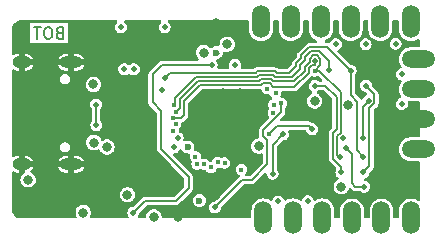
<source format=gbl>
G04 #@! TF.GenerationSoftware,KiCad,Pcbnew,8.0.1*
G04 #@! TF.CreationDate,2024-12-04T18:09:28+05:30*
G04 #@! TF.ProjectId,V1,56312e6b-6963-4616-945f-706362585858,r0.1*
G04 #@! TF.SameCoordinates,Original*
G04 #@! TF.FileFunction,Copper,L4,Bot*
G04 #@! TF.FilePolarity,Positive*
%FSLAX46Y46*%
G04 Gerber Fmt 4.6, Leading zero omitted, Abs format (unit mm)*
G04 Created by KiCad (PCBNEW 8.0.1) date 2024-12-04 18:09:28*
%MOMM*%
%LPD*%
G01*
G04 APERTURE LIST*
%ADD10C,0.200000*%
G04 #@! TA.AperFunction,NonConductor*
%ADD11C,0.200000*%
G04 #@! TD*
G04 #@! TA.AperFunction,ComponentPad*
%ADD12C,1.500000*%
G04 #@! TD*
G04 #@! TA.AperFunction,SMDPad,CuDef*
%ADD13R,1.270000X1.524000*%
G04 #@! TD*
G04 #@! TA.AperFunction,SMDPad,CuDef*
%ADD14R,1.524000X1.270000*%
G04 #@! TD*
G04 #@! TA.AperFunction,ComponentPad*
%ADD15O,1.900000X1.000000*%
G04 #@! TD*
G04 #@! TA.AperFunction,ComponentPad*
%ADD16O,1.600000X1.000000*%
G04 #@! TD*
G04 #@! TA.AperFunction,HeatsinkPad*
%ADD17C,0.500000*%
G04 #@! TD*
G04 #@! TA.AperFunction,HeatsinkPad*
%ADD18R,0.500000X1.600000*%
G04 #@! TD*
G04 #@! TA.AperFunction,ViaPad*
%ADD19C,0.800000*%
G04 #@! TD*
G04 #@! TA.AperFunction,ViaPad*
%ADD20C,0.450000*%
G04 #@! TD*
G04 #@! TA.AperFunction,ViaPad*
%ADD21C,0.600000*%
G04 #@! TD*
G04 #@! TA.AperFunction,ViaPad*
%ADD22C,0.500000*%
G04 #@! TD*
G04 #@! TA.AperFunction,Conductor*
%ADD23C,0.200000*%
G04 #@! TD*
G04 APERTURE END LIST*
D10*
D11*
X104533333Y-92683409D02*
X104390476Y-92731028D01*
X104390476Y-92731028D02*
X104342857Y-92778647D01*
X104342857Y-92778647D02*
X104295238Y-92873885D01*
X104295238Y-92873885D02*
X104295238Y-93016742D01*
X104295238Y-93016742D02*
X104342857Y-93111980D01*
X104342857Y-93111980D02*
X104390476Y-93159600D01*
X104390476Y-93159600D02*
X104485714Y-93207219D01*
X104485714Y-93207219D02*
X104866666Y-93207219D01*
X104866666Y-93207219D02*
X104866666Y-92207219D01*
X104866666Y-92207219D02*
X104533333Y-92207219D01*
X104533333Y-92207219D02*
X104438095Y-92254838D01*
X104438095Y-92254838D02*
X104390476Y-92302457D01*
X104390476Y-92302457D02*
X104342857Y-92397695D01*
X104342857Y-92397695D02*
X104342857Y-92492933D01*
X104342857Y-92492933D02*
X104390476Y-92588171D01*
X104390476Y-92588171D02*
X104438095Y-92635790D01*
X104438095Y-92635790D02*
X104533333Y-92683409D01*
X104533333Y-92683409D02*
X104866666Y-92683409D01*
X103676190Y-92207219D02*
X103485714Y-92207219D01*
X103485714Y-92207219D02*
X103390476Y-92254838D01*
X103390476Y-92254838D02*
X103295238Y-92350076D01*
X103295238Y-92350076D02*
X103247619Y-92540552D01*
X103247619Y-92540552D02*
X103247619Y-92873885D01*
X103247619Y-92873885D02*
X103295238Y-93064361D01*
X103295238Y-93064361D02*
X103390476Y-93159600D01*
X103390476Y-93159600D02*
X103485714Y-93207219D01*
X103485714Y-93207219D02*
X103676190Y-93207219D01*
X103676190Y-93207219D02*
X103771428Y-93159600D01*
X103771428Y-93159600D02*
X103866666Y-93064361D01*
X103866666Y-93064361D02*
X103914285Y-92873885D01*
X103914285Y-92873885D02*
X103914285Y-92540552D01*
X103914285Y-92540552D02*
X103866666Y-92350076D01*
X103866666Y-92350076D02*
X103771428Y-92254838D01*
X103771428Y-92254838D02*
X103676190Y-92207219D01*
X102961904Y-92207219D02*
X102390476Y-92207219D01*
X102676190Y-93207219D02*
X102676190Y-92207219D01*
D12*
X134290000Y-100000000D03*
D13*
X134925000Y-100000000D03*
D12*
X135560000Y-100000000D03*
X134290000Y-102540000D03*
D13*
X134925000Y-102540000D03*
D12*
X135560000Y-102540000D03*
X129300000Y-107721500D03*
D14*
X129300000Y-108356500D03*
D12*
X129300000Y-108991500D03*
X129200000Y-92380000D03*
D14*
X129200000Y-91745000D03*
D12*
X129200000Y-91110000D03*
X124130000Y-92380000D03*
D14*
X124130000Y-91745000D03*
D12*
X124130000Y-91110000D03*
X121600000Y-92400000D03*
D14*
X121600000Y-91765000D03*
D12*
X121600000Y-91130000D03*
X126800000Y-107700000D03*
D14*
X126800000Y-108335000D03*
D12*
X126800000Y-108970000D03*
X134300000Y-92400000D03*
D14*
X134300000Y-91765000D03*
D12*
X134300000Y-91130000D03*
X131700000Y-92400000D03*
D14*
X131700000Y-91765000D03*
D12*
X131700000Y-91130000D03*
X134300000Y-107721500D03*
D14*
X134300000Y-108356500D03*
D12*
X134300000Y-108991500D03*
X131800000Y-107721500D03*
D14*
X131800000Y-108356500D03*
D12*
X131800000Y-108991500D03*
X134290000Y-97460000D03*
D13*
X134925000Y-97460000D03*
D12*
X135560000Y-97460000D03*
X134290000Y-94920000D03*
D13*
X134925000Y-94920000D03*
D12*
X135560000Y-94920000D03*
X124300000Y-107700000D03*
D14*
X124300000Y-108335000D03*
D12*
X124300000Y-108970000D03*
X121800000Y-107700000D03*
D14*
X121800000Y-108335000D03*
D12*
X121800000Y-108970000D03*
X126670000Y-92380000D03*
D14*
X126670000Y-91745000D03*
D12*
X126670000Y-91110000D03*
D15*
X105530000Y-95180000D03*
D16*
X101350000Y-95180000D03*
D15*
X105530000Y-103820000D03*
D16*
X101350000Y-103820000D03*
D17*
X103325900Y-106976200D03*
D18*
X103325900Y-106426200D03*
D17*
X103325900Y-105876200D03*
D19*
X106553200Y-107899400D03*
D20*
X119933597Y-104259968D03*
D21*
X116383000Y-106883400D03*
D19*
X116738600Y-94361200D03*
X108559800Y-102362200D03*
D20*
X118516600Y-103708400D03*
D19*
X112522200Y-108280400D03*
X118745200Y-93650000D03*
D21*
X115404775Y-102349175D03*
D19*
X128397200Y-105715000D03*
X129006800Y-98831600D03*
X121412200Y-102286000D03*
D21*
X117805400Y-94361200D03*
D19*
X126136600Y-98450600D03*
X110287000Y-106400800D03*
X112166600Y-105359400D03*
X116941800Y-99300000D03*
X111226800Y-105334000D03*
X110972800Y-101041400D03*
X118400000Y-99300000D03*
X117780000Y-91872000D03*
X114554200Y-108305800D03*
X111000000Y-100000000D03*
X127228800Y-98933200D03*
X130454600Y-94615200D03*
X102387600Y-107975600D03*
X119786600Y-99263400D03*
X118400000Y-97815600D03*
X123672800Y-105697800D03*
X109779000Y-107899400D03*
X107086600Y-95478800D03*
X104216400Y-107975600D03*
X116967200Y-97841000D03*
X120066000Y-106858000D03*
X103327400Y-107975600D03*
X119786600Y-97815600D03*
X116941800Y-100736600D03*
X132232600Y-101092200D03*
X122834600Y-95199400D03*
X119761200Y-100762000D03*
X109931400Y-100025400D03*
D22*
X117880000Y-106620000D03*
D19*
X111023600Y-98958600D03*
X111988800Y-100025400D03*
X113081000Y-105384800D03*
X118389600Y-100762000D03*
D22*
X107652412Y-100500000D03*
X107645400Y-98755400D03*
D19*
X107416800Y-97053600D03*
X107442200Y-101981200D03*
X101879600Y-105130800D03*
D22*
X128397200Y-104495800D03*
X126136600Y-97180600D03*
X113182600Y-97536200D03*
X130276800Y-103200400D03*
X113436600Y-96494800D03*
X129184600Y-95885200D03*
X128829000Y-102438400D03*
X119405600Y-95402600D03*
X130327600Y-105715000D03*
X133528000Y-98704600D03*
X117703800Y-107467600D03*
D20*
X123317200Y-98653802D03*
D22*
X109728200Y-92202200D03*
X128575000Y-101625600D03*
X123469600Y-101270000D03*
X122580600Y-104622800D03*
D20*
X116814800Y-103810000D03*
D22*
X110007600Y-95758200D03*
D20*
X117373600Y-104085598D03*
D22*
X110845800Y-95758200D03*
X126162000Y-95047000D03*
D20*
X114174537Y-99914012D03*
D22*
X130480000Y-97155200D03*
D20*
X114379060Y-100436167D03*
D22*
X130276800Y-104495800D03*
X110795000Y-107924800D03*
X117424400Y-95402600D03*
X113436600Y-92202200D03*
D20*
X122631400Y-99441200D03*
D22*
X133502600Y-96190000D03*
D20*
X122148800Y-97409200D03*
D22*
X127940000Y-93650000D03*
D20*
X122670072Y-98772765D03*
D22*
X132994600Y-93624600D03*
D20*
X122834600Y-97773600D03*
D22*
X130454600Y-93650000D03*
D20*
X122275800Y-101219200D03*
D22*
X125933400Y-100838200D03*
D20*
X114361273Y-99387834D03*
X126136600Y-95910600D03*
D22*
X128270200Y-103200400D03*
X127330400Y-95809000D03*
X130200600Y-101625600D03*
X130708600Y-98425200D03*
D20*
X114218422Y-98828070D03*
X117932400Y-103657631D03*
X116179800Y-103784600D03*
D22*
X125552400Y-106934200D03*
D20*
X116052800Y-103175000D03*
D22*
X123063200Y-106959600D03*
X114250000Y-102362200D03*
X114538801Y-101588801D03*
D20*
X114175000Y-101023607D03*
D23*
X117805400Y-94361200D02*
X118034000Y-94361200D01*
X121349025Y-102349175D02*
X121412200Y-102286000D01*
X107645400Y-100492988D02*
X107652412Y-100500000D01*
X107645400Y-98755400D02*
X107645400Y-100492988D01*
X107442200Y-101981200D02*
X107137400Y-101981200D01*
X107416800Y-97079000D02*
X107416800Y-97053600D01*
X127725000Y-103362307D02*
X128397200Y-104034507D01*
X128397200Y-104034507D02*
X128397200Y-104495800D01*
X126136600Y-97180600D02*
X127025600Y-97180600D01*
X127996400Y-98151400D02*
X127996400Y-100863600D01*
X127996400Y-100863600D02*
X127725000Y-101135000D01*
X127725000Y-101135000D02*
X127725000Y-103362307D01*
X127025600Y-97180600D02*
X127996400Y-98151400D01*
X125012000Y-94570654D02*
X125685654Y-93897000D01*
X124586600Y-95479400D02*
X124586600Y-95268571D01*
X129184600Y-97942600D02*
X129743400Y-98501400D01*
X122923922Y-96063000D02*
X124003000Y-96063000D01*
X125685654Y-93897000D02*
X127196400Y-93897000D01*
X125012000Y-94843171D02*
X125012000Y-94570654D01*
X127196400Y-93897000D02*
X129184600Y-95885200D01*
X124003000Y-96063000D02*
X124586600Y-95479400D01*
X121146475Y-96063000D02*
X121300275Y-95909200D01*
X129700600Y-101414400D02*
X129700600Y-102624200D01*
X121300275Y-95909200D02*
X122770122Y-95909200D01*
X129700600Y-102624200D02*
X130276800Y-103200400D01*
X122770122Y-95909200D02*
X122923922Y-96063000D01*
X129743400Y-98501400D02*
X129743400Y-101371600D01*
X113436600Y-96494800D02*
X113868400Y-96063000D01*
X129184600Y-95885200D02*
X129184600Y-97942600D01*
X113868400Y-96063000D02*
X121146475Y-96063000D01*
X124586600Y-95268571D02*
X125012000Y-94843171D01*
X129743400Y-101371600D02*
X129700600Y-101414400D01*
X129311600Y-102921000D02*
X129311600Y-105435600D01*
X128829000Y-102438400D02*
X129311600Y-102921000D01*
X129311600Y-105435600D02*
X129591000Y-105715000D01*
X129591000Y-105715000D02*
X130327600Y-105715000D01*
X120802600Y-105156200D02*
X122148800Y-103810000D01*
X117703800Y-107467600D02*
X120015200Y-105156200D01*
X122817797Y-99891200D02*
X123317200Y-99391797D01*
X123317200Y-99391797D02*
X123317200Y-98653802D01*
X121767800Y-101397000D02*
X121767800Y-100939800D01*
X122148800Y-101778000D02*
X121767800Y-101397000D01*
X122816400Y-99891200D02*
X122817797Y-99891200D01*
X122148800Y-103810000D02*
X122148800Y-101778000D01*
X121767800Y-100939800D02*
X122816400Y-99891200D01*
X120015200Y-105156200D02*
X120802600Y-105156200D01*
X123469600Y-101270000D02*
X122580600Y-102159000D01*
X122580600Y-102159000D02*
X122580600Y-104622800D01*
X114844785Y-99914012D02*
X115080400Y-99678397D01*
X114174537Y-99914012D02*
X114844785Y-99914012D01*
X121735200Y-96959200D02*
X122335197Y-96959200D01*
X122632797Y-97256800D02*
X124434800Y-97256800D01*
X125636600Y-95703493D02*
X125929493Y-95410600D01*
X126141626Y-95410600D02*
X126162000Y-95390226D01*
X115080400Y-99678397D02*
X115080400Y-98457800D01*
X124434800Y-97256800D02*
X125636600Y-96055000D01*
X116408400Y-97129800D02*
X121564600Y-97129800D01*
X115080400Y-98457800D02*
X116408400Y-97129800D01*
X122335197Y-96959200D02*
X122632797Y-97256800D01*
X125929493Y-95410600D02*
X126141626Y-95410600D01*
X121564600Y-97129800D02*
X121735200Y-96959200D01*
X125636600Y-96055000D02*
X125636600Y-95703493D01*
X126162000Y-95390226D02*
X126162000Y-95047000D01*
X131208600Y-98632307D02*
X130784800Y-99056107D01*
X130784800Y-103987800D02*
X130276800Y-104495800D01*
X131208600Y-97883800D02*
X131208600Y-98632307D01*
X130784800Y-99056107D02*
X130784800Y-103987800D01*
X130480000Y-97155200D02*
X131208600Y-97883800D01*
X113131800Y-102514600D02*
X113131800Y-99288800D01*
X110795000Y-107924800D02*
X111785600Y-106934200D01*
X115468600Y-104851400D02*
X113131800Y-102514600D01*
X114376400Y-106934200D02*
X115468600Y-105842000D01*
X112420600Y-98577600D02*
X112420600Y-96190000D01*
X113131800Y-99288800D02*
X112420600Y-98577600D01*
X112420600Y-96190000D02*
X113208000Y-95402600D01*
X115468600Y-105842000D02*
X115468600Y-104851400D01*
X113208000Y-95402600D02*
X117424400Y-95402600D01*
X111785600Y-106934200D02*
X114376400Y-106934200D01*
X122275800Y-101219200D02*
X122961600Y-100533400D01*
X125628600Y-100533400D02*
X125933400Y-100838200D01*
X122961600Y-100533400D02*
X125628600Y-100533400D01*
X121419625Y-96779800D02*
X116263425Y-96779800D01*
X114730400Y-99018707D02*
X114361273Y-99387834D01*
X122480172Y-96609200D02*
X121590225Y-96609200D01*
X126136600Y-95910600D02*
X126612000Y-95435200D01*
X125712000Y-95133119D02*
X125286600Y-95558519D01*
X125286600Y-95897000D02*
X124403800Y-96779800D01*
X126348397Y-94597000D02*
X125975603Y-94597000D01*
X125975603Y-94597000D02*
X125712000Y-94860603D01*
X126612000Y-95435200D02*
X126612000Y-94860603D01*
X126612000Y-94860603D02*
X126348397Y-94597000D01*
X122650772Y-96779800D02*
X122480172Y-96609200D01*
X128346400Y-101147093D02*
X128075000Y-101418493D01*
X125286600Y-95558519D02*
X125286600Y-95897000D01*
X126136600Y-95910600D02*
X126543000Y-95910600D01*
X116263425Y-96779800D02*
X114730400Y-98312826D01*
X128075000Y-103005200D02*
X128270200Y-103200400D01*
X114730400Y-98312826D02*
X114730400Y-99018707D01*
X125712000Y-94860603D02*
X125712000Y-95133119D01*
X124403800Y-96779800D02*
X122650772Y-96779800D01*
X128075000Y-101418493D02*
X128075000Y-103005200D01*
X128346400Y-97714000D02*
X128346400Y-101147093D01*
X121590225Y-96609200D02*
X121419625Y-96779800D01*
X126543000Y-95910600D02*
X128346400Y-97714000D01*
X124245800Y-96429800D02*
X124936600Y-95739000D01*
X121445250Y-96259200D02*
X122625147Y-96259200D01*
X114351000Y-98695492D02*
X114351000Y-98197250D01*
X122625147Y-96259200D02*
X122795747Y-96429800D01*
X125362000Y-94988145D02*
X125362000Y-94715628D01*
X130200600Y-101625600D02*
X130200600Y-98933200D01*
X127330400Y-95809000D02*
X127305000Y-95809000D01*
X127330400Y-95084028D02*
X127330400Y-95809000D01*
X130200600Y-98933200D02*
X130708600Y-98425200D01*
X125362000Y-94715628D02*
X125830628Y-94247000D01*
X116118450Y-96429800D02*
X121274650Y-96429800D01*
X125830628Y-94247000D02*
X126493372Y-94247000D01*
X114218422Y-98828070D02*
X114351000Y-98695492D01*
X126493372Y-94247000D02*
X127330400Y-95084028D01*
X124936600Y-95739000D02*
X124936600Y-95413545D01*
X114351000Y-98197250D02*
X116118450Y-96429800D01*
X122795747Y-96429800D02*
X124245800Y-96429800D01*
X121274650Y-96429800D02*
X121445250Y-96259200D01*
X124936600Y-95413545D02*
X125362000Y-94988145D01*
G04 #@! TA.AperFunction,Conductor*
G36*
X109385036Y-91620185D02*
G01*
X109430791Y-91672989D01*
X109440735Y-91742147D01*
X109411710Y-91805703D01*
X109399204Y-91818209D01*
X109397076Y-91820052D01*
X109302823Y-91928826D01*
X109302822Y-91928828D01*
X109243034Y-92059743D01*
X109222553Y-92202200D01*
X109243034Y-92344656D01*
X109279578Y-92424674D01*
X109302823Y-92475573D01*
X109397072Y-92584343D01*
X109518147Y-92662153D01*
X109518150Y-92662154D01*
X109518149Y-92662154D01*
X109656236Y-92702699D01*
X109656238Y-92702700D01*
X109656239Y-92702700D01*
X109800162Y-92702700D01*
X109800162Y-92702699D01*
X109938253Y-92662153D01*
X110059328Y-92584343D01*
X110153577Y-92475573D01*
X110213365Y-92344657D01*
X110233847Y-92202200D01*
X110213365Y-92059743D01*
X110153577Y-91928827D01*
X110059328Y-91820057D01*
X110059326Y-91820056D01*
X110059323Y-91820052D01*
X110057196Y-91818209D01*
X110055674Y-91815841D01*
X110053520Y-91813355D01*
X110053877Y-91813045D01*
X110019424Y-91759429D01*
X110019428Y-91689559D01*
X110057205Y-91630783D01*
X110120762Y-91601761D01*
X110138403Y-91600500D01*
X113026397Y-91600500D01*
X113093436Y-91620185D01*
X113139191Y-91672989D01*
X113149135Y-91742147D01*
X113120110Y-91805703D01*
X113107604Y-91818209D01*
X113105476Y-91820052D01*
X113011223Y-91928826D01*
X113011222Y-91928828D01*
X112951434Y-92059743D01*
X112930953Y-92202200D01*
X112951434Y-92344656D01*
X112987978Y-92424674D01*
X113011223Y-92475573D01*
X113105472Y-92584343D01*
X113226547Y-92662153D01*
X113226550Y-92662154D01*
X113226549Y-92662154D01*
X113364636Y-92702699D01*
X113364638Y-92702700D01*
X113364639Y-92702700D01*
X113508562Y-92702700D01*
X113508562Y-92702699D01*
X113646653Y-92662153D01*
X113767728Y-92584343D01*
X113861977Y-92475573D01*
X113921765Y-92344657D01*
X113942247Y-92202200D01*
X113921765Y-92059743D01*
X113861977Y-91928827D01*
X113767728Y-91820057D01*
X113767726Y-91820056D01*
X113767723Y-91820052D01*
X113765596Y-91818209D01*
X113764074Y-91815841D01*
X113761920Y-91813355D01*
X113762277Y-91813045D01*
X113727824Y-91759429D01*
X113727828Y-91689559D01*
X113765605Y-91630783D01*
X113829162Y-91601761D01*
X113846803Y-91600500D01*
X120463500Y-91600500D01*
X120530539Y-91620185D01*
X120576294Y-91672989D01*
X120587500Y-91724500D01*
X120587500Y-92424674D01*
X120600437Y-92489714D01*
X120604416Y-92509714D01*
X120603467Y-92509902D01*
X120606789Y-92523169D01*
X120613975Y-92596128D01*
X120613975Y-92596130D01*
X120613976Y-92596132D01*
X120634004Y-92662154D01*
X120671188Y-92784733D01*
X120764086Y-92958532D01*
X120764090Y-92958539D01*
X120889116Y-93110883D01*
X121041460Y-93235909D01*
X121041467Y-93235913D01*
X121215266Y-93328811D01*
X121215269Y-93328811D01*
X121215273Y-93328814D01*
X121403868Y-93386024D01*
X121600000Y-93405341D01*
X121796132Y-93386024D01*
X121984727Y-93328814D01*
X122013786Y-93313282D01*
X122158532Y-93235913D01*
X122158538Y-93235910D01*
X122310883Y-93110883D01*
X122435910Y-92958538D01*
X122528814Y-92784727D01*
X122586024Y-92596132D01*
X122593209Y-92523173D01*
X122596536Y-92509909D01*
X122595583Y-92509720D01*
X122612500Y-92424676D01*
X122612500Y-91724500D01*
X122632185Y-91657461D01*
X122684989Y-91611706D01*
X122736500Y-91600500D01*
X122993500Y-91600500D01*
X123060539Y-91620185D01*
X123106294Y-91672989D01*
X123117500Y-91724500D01*
X123117500Y-92404676D01*
X123134416Y-92489714D01*
X123133467Y-92489902D01*
X123136789Y-92503169D01*
X123143975Y-92576128D01*
X123143975Y-92576130D01*
X123143976Y-92576132D01*
X123170071Y-92662154D01*
X123201188Y-92764733D01*
X123294086Y-92938532D01*
X123294090Y-92938539D01*
X123419116Y-93090883D01*
X123571460Y-93215909D01*
X123571467Y-93215913D01*
X123745266Y-93308811D01*
X123745269Y-93308811D01*
X123745273Y-93308814D01*
X123933868Y-93366024D01*
X124130000Y-93385341D01*
X124326132Y-93366024D01*
X124514727Y-93308814D01*
X124688538Y-93215910D01*
X124840883Y-93090883D01*
X124965910Y-92938538D01*
X125058814Y-92764727D01*
X125116024Y-92576132D01*
X125123209Y-92503173D01*
X125126536Y-92489909D01*
X125125583Y-92489720D01*
X125142500Y-92404676D01*
X125142500Y-91724500D01*
X125162185Y-91657461D01*
X125214989Y-91611706D01*
X125266500Y-91600500D01*
X125533500Y-91600500D01*
X125600539Y-91620185D01*
X125646294Y-91672989D01*
X125657500Y-91724500D01*
X125657500Y-92404676D01*
X125674416Y-92489714D01*
X125673467Y-92489902D01*
X125676789Y-92503169D01*
X125683975Y-92576128D01*
X125683975Y-92576130D01*
X125683976Y-92576132D01*
X125710071Y-92662154D01*
X125741188Y-92764733D01*
X125834086Y-92938532D01*
X125834090Y-92938539D01*
X125959116Y-93090883D01*
X126111460Y-93215909D01*
X126111467Y-93215913D01*
X126290645Y-93311686D01*
X126289791Y-93313282D01*
X126337564Y-93351781D01*
X126359628Y-93418075D01*
X126342348Y-93485775D01*
X126291210Y-93533384D01*
X126235707Y-93546500D01*
X125639510Y-93546500D01*
X125550366Y-93570386D01*
X125550363Y-93570387D01*
X125470445Y-93616527D01*
X125470440Y-93616531D01*
X124731531Y-94355440D01*
X124731525Y-94355448D01*
X124685505Y-94435159D01*
X124685396Y-94435349D01*
X124685386Y-94435365D01*
X124661500Y-94524510D01*
X124661500Y-94646627D01*
X124641815Y-94713666D01*
X124625181Y-94734308D01*
X124306132Y-95053356D01*
X124306128Y-95053362D01*
X124269888Y-95116132D01*
X124259987Y-95133280D01*
X124259986Y-95133283D01*
X124236100Y-95222427D01*
X124236100Y-95282856D01*
X124216415Y-95349895D01*
X124199781Y-95370537D01*
X123894137Y-95676181D01*
X123832814Y-95709666D01*
X123806456Y-95712500D01*
X123120466Y-95712500D01*
X123053427Y-95692815D01*
X123032785Y-95676181D01*
X122985335Y-95628731D01*
X122985330Y-95628727D01*
X122905412Y-95582587D01*
X122905411Y-95582586D01*
X122905410Y-95582586D01*
X122816266Y-95558700D01*
X121254131Y-95558700D01*
X121164987Y-95582586D01*
X121164984Y-95582587D01*
X121085066Y-95628727D01*
X121085061Y-95628731D01*
X121037612Y-95676181D01*
X120976289Y-95709666D01*
X120949931Y-95712500D01*
X120007244Y-95712500D01*
X119940205Y-95692815D01*
X119894450Y-95640011D01*
X119884506Y-95570853D01*
X119888267Y-95553565D01*
X119890762Y-95545063D01*
X119890765Y-95545057D01*
X119911247Y-95402600D01*
X119890765Y-95260143D01*
X119830977Y-95129227D01*
X119736728Y-95020457D01*
X119615653Y-94942647D01*
X119615651Y-94942646D01*
X119615649Y-94942645D01*
X119615650Y-94942645D01*
X119477563Y-94902100D01*
X119477561Y-94902100D01*
X119333639Y-94902100D01*
X119333636Y-94902100D01*
X119195549Y-94942645D01*
X119074473Y-95020456D01*
X118980223Y-95129226D01*
X118980222Y-95129228D01*
X118920434Y-95260143D01*
X118899953Y-95402600D01*
X118920435Y-95545057D01*
X118922933Y-95553565D01*
X118922933Y-95623434D01*
X118885159Y-95682213D01*
X118821603Y-95711238D01*
X118803956Y-95712500D01*
X118026044Y-95712500D01*
X117959005Y-95692815D01*
X117913250Y-95640011D01*
X117903306Y-95570853D01*
X117907067Y-95553565D01*
X117909562Y-95545063D01*
X117909565Y-95545057D01*
X117930047Y-95402600D01*
X117909565Y-95260143D01*
X117849777Y-95129227D01*
X117830577Y-95107068D01*
X117801552Y-95043516D01*
X117811495Y-94974357D01*
X117857249Y-94921552D01*
X117908103Y-94902928D01*
X117949109Y-94897530D01*
X118083025Y-94842061D01*
X118198021Y-94753821D01*
X118286261Y-94638825D01*
X118303100Y-94598168D01*
X118311321Y-94583981D01*
X118310404Y-94583452D01*
X118314478Y-94576397D01*
X118360614Y-94496488D01*
X118384500Y-94407344D01*
X118384500Y-94389338D01*
X118404185Y-94322299D01*
X118456989Y-94276544D01*
X118526147Y-94266600D01*
X118538163Y-94268938D01*
X118666215Y-94300500D01*
X118824185Y-94300500D01*
X118977565Y-94262696D01*
X119047650Y-94225912D01*
X119117440Y-94189283D01*
X119235683Y-94084530D01*
X119325420Y-93954523D01*
X119381437Y-93806818D01*
X119400478Y-93650000D01*
X119381437Y-93493182D01*
X119377250Y-93482143D01*
X119337234Y-93376628D01*
X119325420Y-93345477D01*
X119235683Y-93215470D01*
X119117440Y-93110717D01*
X119117438Y-93110716D01*
X119117437Y-93110715D01*
X118977565Y-93037303D01*
X118824186Y-92999500D01*
X118824185Y-92999500D01*
X118666215Y-92999500D01*
X118666214Y-92999500D01*
X118512834Y-93037303D01*
X118372962Y-93110715D01*
X118254716Y-93215471D01*
X118164981Y-93345475D01*
X118164980Y-93345476D01*
X118108962Y-93493181D01*
X118089922Y-93649999D01*
X118089922Y-93650001D01*
X118094510Y-93687791D01*
X118083049Y-93756714D01*
X118036145Y-93808500D01*
X117968689Y-93826706D01*
X117955229Y-93825675D01*
X117805402Y-93805950D01*
X117805399Y-93805950D01*
X117661691Y-93824870D01*
X117661687Y-93824871D01*
X117527777Y-93880337D01*
X117504794Y-93897973D01*
X117415056Y-93966831D01*
X117349889Y-93992025D01*
X117281444Y-93977987D01*
X117237521Y-93938895D01*
X117229083Y-93926670D01*
X117110840Y-93821917D01*
X117110838Y-93821916D01*
X117110837Y-93821915D01*
X116970965Y-93748503D01*
X116817586Y-93710700D01*
X116817585Y-93710700D01*
X116659615Y-93710700D01*
X116659614Y-93710700D01*
X116506234Y-93748503D01*
X116366362Y-93821915D01*
X116362118Y-93825675D01*
X116250663Y-93924415D01*
X116248116Y-93926671D01*
X116158381Y-94056675D01*
X116158380Y-94056676D01*
X116102362Y-94204381D01*
X116083322Y-94361199D01*
X116083322Y-94361200D01*
X116102362Y-94518018D01*
X116158380Y-94665723D01*
X116158381Y-94665724D01*
X116248116Y-94795729D01*
X116292765Y-94835284D01*
X116329892Y-94894474D01*
X116329124Y-94964339D01*
X116290707Y-95022699D01*
X116226836Y-95051024D01*
X116210538Y-95052100D01*
X113161856Y-95052100D01*
X113073359Y-95075811D01*
X113073360Y-95075812D01*
X113072713Y-95075985D01*
X113072711Y-95075986D01*
X112992791Y-95122127D01*
X112992786Y-95122131D01*
X112140129Y-95974788D01*
X112118323Y-96012558D01*
X112099889Y-96044488D01*
X112093986Y-96054712D01*
X112070100Y-96143856D01*
X112070100Y-98623744D01*
X112084759Y-98678452D01*
X112093985Y-98712886D01*
X112140127Y-98792808D01*
X112140131Y-98792813D01*
X112744981Y-99397663D01*
X112778466Y-99458986D01*
X112781300Y-99485344D01*
X112781300Y-102560744D01*
X112799000Y-102626800D01*
X112800313Y-102631700D01*
X112805186Y-102649889D01*
X112851327Y-102729808D01*
X112851329Y-102729811D01*
X112851330Y-102729812D01*
X113981014Y-103859496D01*
X115081781Y-104960262D01*
X115115266Y-105021585D01*
X115118100Y-105047943D01*
X115118100Y-105645456D01*
X115098415Y-105712495D01*
X115081781Y-105733137D01*
X114267537Y-106547381D01*
X114206214Y-106580866D01*
X114179856Y-106583700D01*
X111739456Y-106583700D01*
X111657070Y-106605775D01*
X111657069Y-106605775D01*
X111650314Y-106607584D01*
X111650313Y-106607585D01*
X111570391Y-106653727D01*
X111570386Y-106653731D01*
X110836137Y-107387981D01*
X110774814Y-107421466D01*
X110748456Y-107424300D01*
X110723036Y-107424300D01*
X110584949Y-107464845D01*
X110463873Y-107542656D01*
X110369623Y-107651426D01*
X110369622Y-107651428D01*
X110309834Y-107782343D01*
X110289353Y-107924800D01*
X110309834Y-108067256D01*
X110369622Y-108198171D01*
X110374418Y-108205634D01*
X110372116Y-108207113D01*
X110395288Y-108257843D01*
X110385350Y-108327003D01*
X110339600Y-108379810D01*
X110272562Y-108399500D01*
X107234685Y-108399500D01*
X107167646Y-108379815D01*
X107121891Y-108327011D01*
X107111947Y-108257853D01*
X107130384Y-108210804D01*
X107129933Y-108210567D01*
X107132083Y-108206468D01*
X107132637Y-108205057D01*
X107133420Y-108203923D01*
X107189437Y-108056218D01*
X107208478Y-107899400D01*
X107201979Y-107845871D01*
X107189437Y-107742581D01*
X107163928Y-107675321D01*
X107133420Y-107594877D01*
X107043683Y-107464870D01*
X106925440Y-107360117D01*
X106925438Y-107360116D01*
X106925437Y-107360115D01*
X106785565Y-107286703D01*
X106632186Y-107248900D01*
X106632185Y-107248900D01*
X106474215Y-107248900D01*
X106474214Y-107248900D01*
X106320834Y-107286703D01*
X106180962Y-107360115D01*
X106108512Y-107424300D01*
X106068103Y-107460099D01*
X106062716Y-107464871D01*
X105972981Y-107594875D01*
X105972980Y-107594876D01*
X105916962Y-107742581D01*
X105897922Y-107899399D01*
X105897922Y-107899400D01*
X105916962Y-108056218D01*
X105972980Y-108203923D01*
X105973763Y-108205057D01*
X105974080Y-108206019D01*
X105976467Y-108210567D01*
X105975711Y-108210963D01*
X105995648Y-108271411D01*
X105978184Y-108339063D01*
X105926918Y-108386535D01*
X105871715Y-108399500D01*
X101306092Y-108399500D01*
X101293938Y-108398903D01*
X101285267Y-108398049D01*
X101260549Y-108395614D01*
X101156180Y-108385335D01*
X101132340Y-108380593D01*
X101005728Y-108342186D01*
X100983271Y-108332883D01*
X100866593Y-108270517D01*
X100846381Y-108257012D01*
X100744108Y-108173079D01*
X100726920Y-108155891D01*
X100654180Y-108067257D01*
X100642986Y-108053616D01*
X100629482Y-108033406D01*
X100598732Y-107975877D01*
X100567114Y-107916725D01*
X100557815Y-107894277D01*
X100519404Y-107767652D01*
X100514665Y-107743824D01*
X100501661Y-107611784D01*
X100501097Y-107606060D01*
X100500500Y-107593907D01*
X100500500Y-106400800D01*
X109631722Y-106400800D01*
X109650762Y-106557618D01*
X109689905Y-106660827D01*
X109706780Y-106705323D01*
X109796517Y-106835330D01*
X109914760Y-106940083D01*
X109914762Y-106940084D01*
X110054634Y-107013496D01*
X110208014Y-107051300D01*
X110208015Y-107051300D01*
X110365985Y-107051300D01*
X110519365Y-107013496D01*
X110530513Y-107007645D01*
X110659240Y-106940083D01*
X110777483Y-106835330D01*
X110867220Y-106705323D01*
X110923237Y-106557618D01*
X110942278Y-106400800D01*
X110923237Y-106243982D01*
X110867220Y-106096277D01*
X110777483Y-105966270D01*
X110659240Y-105861517D01*
X110659238Y-105861516D01*
X110659237Y-105861515D01*
X110519365Y-105788103D01*
X110365986Y-105750300D01*
X110365985Y-105750300D01*
X110208015Y-105750300D01*
X110208014Y-105750300D01*
X110054634Y-105788103D01*
X109914762Y-105861515D01*
X109914760Y-105861517D01*
X109814543Y-105950301D01*
X109796516Y-105966271D01*
X109706781Y-106096275D01*
X109706780Y-106096276D01*
X109650762Y-106243981D01*
X109631722Y-106400799D01*
X109631722Y-106400800D01*
X100500500Y-106400800D01*
X100500500Y-104526706D01*
X100520185Y-104459667D01*
X100572989Y-104413912D01*
X100642147Y-104403968D01*
X100693391Y-104423604D01*
X100718420Y-104440328D01*
X100718433Y-104440335D01*
X100845813Y-104493097D01*
X100845823Y-104493100D01*
X100981053Y-104520000D01*
X101100000Y-104520000D01*
X101100000Y-104120000D01*
X101600000Y-104120000D01*
X101600000Y-104467935D01*
X101580315Y-104534974D01*
X101533626Y-104577731D01*
X101507362Y-104591515D01*
X101389116Y-104696271D01*
X101299381Y-104826275D01*
X101299380Y-104826276D01*
X101243362Y-104973981D01*
X101224322Y-105130799D01*
X101224322Y-105130800D01*
X101243362Y-105287618D01*
X101272041Y-105363237D01*
X101299380Y-105435323D01*
X101389117Y-105565330D01*
X101507360Y-105670083D01*
X101507362Y-105670084D01*
X101647234Y-105743496D01*
X101800614Y-105781300D01*
X101800615Y-105781300D01*
X101958585Y-105781300D01*
X102111965Y-105743496D01*
X102131702Y-105733137D01*
X102251840Y-105670083D01*
X102370083Y-105565330D01*
X102459820Y-105435323D01*
X102515837Y-105287618D01*
X102534878Y-105130800D01*
X102524818Y-105047943D01*
X102515837Y-104973981D01*
X102481385Y-104883139D01*
X102459820Y-104826277D01*
X102370083Y-104696270D01*
X102281988Y-104618225D01*
X102251837Y-104591514D01*
X102149617Y-104537865D01*
X102099404Y-104489280D01*
X102083430Y-104421261D01*
X102106765Y-104355404D01*
X102119562Y-104340387D01*
X102193725Y-104266224D01*
X102270332Y-104151573D01*
X102304121Y-104070000D01*
X104425879Y-104070000D01*
X104459667Y-104151573D01*
X104536275Y-104266226D01*
X104633773Y-104363724D01*
X104748420Y-104440328D01*
X104748433Y-104440335D01*
X104875813Y-104493097D01*
X104875823Y-104493100D01*
X105011053Y-104520000D01*
X105280000Y-104520000D01*
X105280000Y-104120000D01*
X105780000Y-104120000D01*
X105780000Y-104520000D01*
X106048946Y-104520000D01*
X106184176Y-104493100D01*
X106184186Y-104493097D01*
X106311566Y-104440335D01*
X106311579Y-104440328D01*
X106426226Y-104363724D01*
X106523724Y-104266226D01*
X106600332Y-104151573D01*
X106634121Y-104070000D01*
X106146988Y-104070000D01*
X106164205Y-104060060D01*
X106220060Y-104004205D01*
X106259556Y-103935796D01*
X106280000Y-103859496D01*
X106280000Y-103780504D01*
X106259556Y-103704204D01*
X106220060Y-103635795D01*
X106164205Y-103579940D01*
X106146988Y-103570000D01*
X106634121Y-103570000D01*
X106634120Y-103569999D01*
X106600332Y-103488426D01*
X106523724Y-103373773D01*
X106426226Y-103276275D01*
X106311579Y-103199671D01*
X106311566Y-103199664D01*
X106184186Y-103146902D01*
X106184176Y-103146899D01*
X106048946Y-103120000D01*
X105780000Y-103120000D01*
X105780000Y-103520000D01*
X105280000Y-103520000D01*
X105280000Y-103120000D01*
X105011054Y-103120000D01*
X104875823Y-103146899D01*
X104875813Y-103146902D01*
X104748433Y-103199664D01*
X104748420Y-103199671D01*
X104633773Y-103276275D01*
X104536275Y-103373773D01*
X104459667Y-103488426D01*
X104425879Y-103569999D01*
X104425879Y-103570000D01*
X104913012Y-103570000D01*
X104895795Y-103579940D01*
X104839940Y-103635795D01*
X104800444Y-103704204D01*
X104780000Y-103780504D01*
X104780000Y-103859496D01*
X104800444Y-103935796D01*
X104839940Y-104004205D01*
X104895795Y-104060060D01*
X104913012Y-104070000D01*
X104425879Y-104070000D01*
X102304121Y-104070000D01*
X101816988Y-104070000D01*
X101834205Y-104060060D01*
X101890060Y-104004205D01*
X101929556Y-103935796D01*
X101950000Y-103859496D01*
X101950000Y-103780504D01*
X101929556Y-103704204D01*
X101890060Y-103635795D01*
X101834205Y-103579940D01*
X101816988Y-103570000D01*
X102304121Y-103570000D01*
X102304120Y-103569999D01*
X102270332Y-103488426D01*
X102193724Y-103373773D01*
X102096226Y-103276275D01*
X101981579Y-103199671D01*
X101981566Y-103199664D01*
X101854186Y-103146902D01*
X101854176Y-103146899D01*
X101718946Y-103120000D01*
X101600000Y-103120000D01*
X101600000Y-103520000D01*
X101100000Y-103520000D01*
X101100000Y-103120000D01*
X100981054Y-103120000D01*
X100845823Y-103146899D01*
X100845813Y-103146902D01*
X100718433Y-103199664D01*
X100718424Y-103199669D01*
X100693389Y-103216397D01*
X100626711Y-103237273D01*
X100559331Y-103218787D01*
X100512642Y-103166807D01*
X100500500Y-103113293D01*
X100500500Y-102446018D01*
X104574500Y-102446018D01*
X104603497Y-102554237D01*
X104659515Y-102651263D01*
X104738737Y-102730485D01*
X104835763Y-102786503D01*
X104943982Y-102815500D01*
X104943984Y-102815500D01*
X105056016Y-102815500D01*
X105056018Y-102815500D01*
X105164237Y-102786503D01*
X105261263Y-102730485D01*
X105340485Y-102651263D01*
X105396503Y-102554237D01*
X105425500Y-102446018D01*
X105425500Y-102333982D01*
X105396503Y-102225763D01*
X105340485Y-102128737D01*
X105261263Y-102049515D01*
X105222870Y-102027349D01*
X106786900Y-102027349D01*
X106794918Y-102057271D01*
X106798239Y-102074414D01*
X106805962Y-102138017D01*
X106805963Y-102138021D01*
X106861980Y-102285723D01*
X106951717Y-102415730D01*
X107069960Y-102520483D01*
X107069962Y-102520484D01*
X107209834Y-102593896D01*
X107363214Y-102631700D01*
X107363215Y-102631700D01*
X107521185Y-102631700D01*
X107674565Y-102593896D01*
X107781976Y-102537522D01*
X107850484Y-102523796D01*
X107915537Y-102549288D01*
X107955543Y-102603346D01*
X107975729Y-102656569D01*
X107979580Y-102666723D01*
X108069317Y-102796730D01*
X108187560Y-102901483D01*
X108187562Y-102901484D01*
X108327434Y-102974896D01*
X108480814Y-103012700D01*
X108480815Y-103012700D01*
X108638785Y-103012700D01*
X108792165Y-102974896D01*
X108829675Y-102955209D01*
X108932040Y-102901483D01*
X109050283Y-102796730D01*
X109140020Y-102666723D01*
X109196037Y-102519018D01*
X109215078Y-102362200D01*
X109213497Y-102349175D01*
X109196037Y-102205381D01*
X109167138Y-102129181D01*
X109140020Y-102057677D01*
X109050283Y-101927670D01*
X108932040Y-101822917D01*
X108932038Y-101822916D01*
X108932037Y-101822915D01*
X108792165Y-101749503D01*
X108638786Y-101711700D01*
X108638785Y-101711700D01*
X108480815Y-101711700D01*
X108480814Y-101711700D01*
X108327434Y-101749503D01*
X108220023Y-101805878D01*
X108151515Y-101819604D01*
X108086461Y-101794111D01*
X108046455Y-101740053D01*
X108022420Y-101676677D01*
X107932683Y-101546670D01*
X107814440Y-101441917D01*
X107814438Y-101441916D01*
X107814437Y-101441915D01*
X107674565Y-101368503D01*
X107521186Y-101330700D01*
X107521185Y-101330700D01*
X107363215Y-101330700D01*
X107363214Y-101330700D01*
X107209834Y-101368503D01*
X107069962Y-101441915D01*
X107069960Y-101441917D01*
X106954263Y-101544415D01*
X106951716Y-101546671D01*
X106861981Y-101676675D01*
X106861980Y-101676676D01*
X106805962Y-101824381D01*
X106798240Y-101887978D01*
X106794920Y-101905119D01*
X106786900Y-101935051D01*
X106786900Y-102027349D01*
X105222870Y-102027349D01*
X105164237Y-101993497D01*
X105056018Y-101964500D01*
X104943982Y-101964500D01*
X104835763Y-101993497D01*
X104835760Y-101993498D01*
X104738740Y-102049513D01*
X104738734Y-102049517D01*
X104659517Y-102128734D01*
X104659513Y-102128740D01*
X104603498Y-102225760D01*
X104603497Y-102225763D01*
X104574500Y-102333982D01*
X104574500Y-102446018D01*
X100500500Y-102446018D01*
X100500500Y-98755400D01*
X107139753Y-98755400D01*
X107160234Y-98897856D01*
X107195654Y-98975413D01*
X107220023Y-99028773D01*
X107264613Y-99080233D01*
X107293638Y-99143788D01*
X107294900Y-99161435D01*
X107294900Y-100102055D01*
X107275215Y-100169094D01*
X107264614Y-100183256D01*
X107227037Y-100226622D01*
X107227035Y-100226627D01*
X107167246Y-100357543D01*
X107146765Y-100500000D01*
X107167246Y-100642456D01*
X107204754Y-100724586D01*
X107227035Y-100773373D01*
X107321284Y-100882143D01*
X107442359Y-100959953D01*
X107442362Y-100959954D01*
X107442361Y-100959954D01*
X107512871Y-100980657D01*
X107577767Y-100999712D01*
X107580448Y-101000499D01*
X107580450Y-101000500D01*
X107580451Y-101000500D01*
X107724374Y-101000500D01*
X107724374Y-101000499D01*
X107862465Y-100959953D01*
X107983540Y-100882143D01*
X108077789Y-100773373D01*
X108137577Y-100642457D01*
X108158059Y-100500000D01*
X108137577Y-100357543D01*
X108077789Y-100226627D01*
X108026186Y-100167073D01*
X107997162Y-100103519D01*
X107995900Y-100085872D01*
X107995900Y-99161435D01*
X108015585Y-99094396D01*
X108026182Y-99080237D01*
X108070777Y-99028773D01*
X108130565Y-98897857D01*
X108151047Y-98755400D01*
X108130565Y-98612943D01*
X108070777Y-98482027D01*
X107976528Y-98373257D01*
X107855453Y-98295447D01*
X107855451Y-98295446D01*
X107855449Y-98295445D01*
X107855450Y-98295445D01*
X107717363Y-98254900D01*
X107717361Y-98254900D01*
X107573439Y-98254900D01*
X107573436Y-98254900D01*
X107435349Y-98295445D01*
X107314273Y-98373256D01*
X107220023Y-98482026D01*
X107220022Y-98482028D01*
X107160234Y-98612943D01*
X107139753Y-98755400D01*
X100500500Y-98755400D01*
X100500500Y-97053600D01*
X106761522Y-97053600D01*
X106780562Y-97210418D01*
X106813648Y-97297656D01*
X106836580Y-97358123D01*
X106926317Y-97488130D01*
X107044560Y-97592883D01*
X107044562Y-97592884D01*
X107184434Y-97666296D01*
X107337814Y-97704100D01*
X107337815Y-97704100D01*
X107495785Y-97704100D01*
X107649165Y-97666296D01*
X107662592Y-97659249D01*
X107789040Y-97592883D01*
X107907283Y-97488130D01*
X107997020Y-97358123D01*
X108053037Y-97210418D01*
X108072078Y-97053600D01*
X108070354Y-97039397D01*
X108053037Y-96896781D01*
X108010852Y-96785550D01*
X107997020Y-96749077D01*
X107907283Y-96619070D01*
X107789040Y-96514317D01*
X107789038Y-96514316D01*
X107789037Y-96514315D01*
X107649165Y-96440903D01*
X107495786Y-96403100D01*
X107495785Y-96403100D01*
X107337815Y-96403100D01*
X107337814Y-96403100D01*
X107184434Y-96440903D01*
X107044562Y-96514315D01*
X106926316Y-96619071D01*
X106836581Y-96749075D01*
X106836580Y-96749076D01*
X106780562Y-96896781D01*
X106761522Y-97053599D01*
X106761522Y-97053600D01*
X100500500Y-97053600D01*
X100500500Y-96666018D01*
X104574500Y-96666018D01*
X104596756Y-96749077D01*
X104603497Y-96774236D01*
X104603498Y-96774239D01*
X104617479Y-96798454D01*
X104659515Y-96871263D01*
X104738737Y-96950485D01*
X104835763Y-97006503D01*
X104943982Y-97035500D01*
X104943984Y-97035500D01*
X105056016Y-97035500D01*
X105056018Y-97035500D01*
X105164237Y-97006503D01*
X105261263Y-96950485D01*
X105340485Y-96871263D01*
X105396503Y-96774237D01*
X105425500Y-96666018D01*
X105425500Y-96553982D01*
X105396503Y-96445763D01*
X105340485Y-96348737D01*
X105261263Y-96269515D01*
X105172303Y-96218154D01*
X105164239Y-96213498D01*
X105164238Y-96213497D01*
X105164237Y-96213497D01*
X105056018Y-96184500D01*
X104943982Y-96184500D01*
X104835763Y-96213497D01*
X104835760Y-96213498D01*
X104738740Y-96269513D01*
X104738734Y-96269517D01*
X104659517Y-96348734D01*
X104659513Y-96348740D01*
X104603498Y-96445760D01*
X104603497Y-96445763D01*
X104574500Y-96553982D01*
X104574500Y-96666018D01*
X100500500Y-96666018D01*
X100500500Y-95886706D01*
X100520185Y-95819667D01*
X100572989Y-95773912D01*
X100642147Y-95763968D01*
X100693391Y-95783604D01*
X100718420Y-95800328D01*
X100718433Y-95800335D01*
X100845813Y-95853097D01*
X100845823Y-95853100D01*
X100981053Y-95880000D01*
X101100000Y-95880000D01*
X101100000Y-95480000D01*
X101600000Y-95480000D01*
X101600000Y-95880000D01*
X101718946Y-95880000D01*
X101854176Y-95853100D01*
X101854186Y-95853097D01*
X101981566Y-95800335D01*
X101981579Y-95800328D01*
X102096226Y-95723724D01*
X102193724Y-95626226D01*
X102270332Y-95511573D01*
X102304121Y-95430000D01*
X104425879Y-95430000D01*
X104459667Y-95511573D01*
X104536275Y-95626226D01*
X104633773Y-95723724D01*
X104748420Y-95800328D01*
X104748433Y-95800335D01*
X104875813Y-95853097D01*
X104875823Y-95853100D01*
X105011053Y-95880000D01*
X105280000Y-95880000D01*
X105280000Y-95480000D01*
X105780000Y-95480000D01*
X105780000Y-95880000D01*
X106048946Y-95880000D01*
X106184176Y-95853100D01*
X106184186Y-95853097D01*
X106311566Y-95800335D01*
X106311579Y-95800328D01*
X106374629Y-95758200D01*
X109501953Y-95758200D01*
X109522434Y-95900656D01*
X109545967Y-95952185D01*
X109582223Y-96031573D01*
X109676472Y-96140343D01*
X109797547Y-96218153D01*
X109797550Y-96218154D01*
X109797549Y-96218154D01*
X109935636Y-96258699D01*
X109935638Y-96258700D01*
X109935639Y-96258700D01*
X110079562Y-96258700D01*
X110079562Y-96258699D01*
X110217653Y-96218153D01*
X110338728Y-96140343D01*
X110338734Y-96140335D01*
X110345428Y-96134537D01*
X110347944Y-96137441D01*
X110391252Y-96109345D01*
X110461121Y-96109043D01*
X110505553Y-96137327D01*
X110507972Y-96134537D01*
X110514668Y-96140338D01*
X110514672Y-96140343D01*
X110635747Y-96218153D01*
X110635750Y-96218154D01*
X110635749Y-96218154D01*
X110773836Y-96258699D01*
X110773838Y-96258700D01*
X110773839Y-96258700D01*
X110917762Y-96258700D01*
X110917762Y-96258699D01*
X111055853Y-96218153D01*
X111176928Y-96140343D01*
X111271177Y-96031573D01*
X111330965Y-95900657D01*
X111351447Y-95758200D01*
X111330965Y-95615743D01*
X111271177Y-95484827D01*
X111176928Y-95376057D01*
X111055853Y-95298247D01*
X111055851Y-95298246D01*
X111055849Y-95298245D01*
X111055850Y-95298245D01*
X110917763Y-95257700D01*
X110917761Y-95257700D01*
X110773839Y-95257700D01*
X110773836Y-95257700D01*
X110635749Y-95298245D01*
X110514672Y-95376057D01*
X110507972Y-95381863D01*
X110505526Y-95379041D01*
X110461389Y-95407278D01*
X110391519Y-95407134D01*
X110347849Y-95379068D01*
X110345428Y-95381863D01*
X110338731Y-95376060D01*
X110338728Y-95376057D01*
X110217653Y-95298247D01*
X110217651Y-95298246D01*
X110217649Y-95298245D01*
X110217650Y-95298245D01*
X110079563Y-95257700D01*
X110079561Y-95257700D01*
X109935639Y-95257700D01*
X109935636Y-95257700D01*
X109797549Y-95298245D01*
X109676473Y-95376056D01*
X109582223Y-95484826D01*
X109582222Y-95484828D01*
X109522434Y-95615743D01*
X109501953Y-95758200D01*
X106374629Y-95758200D01*
X106426226Y-95723724D01*
X106523724Y-95626226D01*
X106600332Y-95511573D01*
X106634121Y-95430000D01*
X106146988Y-95430000D01*
X106164205Y-95420060D01*
X106220060Y-95364205D01*
X106259556Y-95295796D01*
X106280000Y-95219496D01*
X106280000Y-95140504D01*
X106259556Y-95064204D01*
X106220060Y-94995795D01*
X106164205Y-94939940D01*
X106146988Y-94930000D01*
X106634121Y-94930000D01*
X106634120Y-94929999D01*
X106600332Y-94848426D01*
X106523724Y-94733773D01*
X106426226Y-94636275D01*
X106311579Y-94559671D01*
X106311566Y-94559664D01*
X106184186Y-94506902D01*
X106184176Y-94506899D01*
X106048946Y-94480000D01*
X105780000Y-94480000D01*
X105780000Y-94880000D01*
X105280000Y-94880000D01*
X105280000Y-94480000D01*
X105011054Y-94480000D01*
X104875823Y-94506899D01*
X104875813Y-94506902D01*
X104748433Y-94559664D01*
X104748420Y-94559671D01*
X104633773Y-94636275D01*
X104536275Y-94733773D01*
X104459667Y-94848426D01*
X104425879Y-94929999D01*
X104425879Y-94930000D01*
X104913012Y-94930000D01*
X104895795Y-94939940D01*
X104839940Y-94995795D01*
X104800444Y-95064204D01*
X104780000Y-95140504D01*
X104780000Y-95219496D01*
X104800444Y-95295796D01*
X104839940Y-95364205D01*
X104895795Y-95420060D01*
X104913012Y-95430000D01*
X104425879Y-95430000D01*
X102304121Y-95430000D01*
X101816988Y-95430000D01*
X101834205Y-95420060D01*
X101890060Y-95364205D01*
X101929556Y-95295796D01*
X101950000Y-95219496D01*
X101950000Y-95140504D01*
X101929556Y-95064204D01*
X101890060Y-94995795D01*
X101834205Y-94939940D01*
X101816988Y-94930000D01*
X102304121Y-94930000D01*
X102304120Y-94929999D01*
X102270332Y-94848426D01*
X102193724Y-94733773D01*
X102096226Y-94636275D01*
X101981579Y-94559671D01*
X101981566Y-94559664D01*
X101854186Y-94506902D01*
X101854176Y-94506899D01*
X101718946Y-94480000D01*
X101600000Y-94480000D01*
X101600000Y-94880000D01*
X101100000Y-94880000D01*
X101100000Y-94480000D01*
X100981054Y-94480000D01*
X100845823Y-94506899D01*
X100845813Y-94506902D01*
X100718433Y-94559664D01*
X100718424Y-94559669D01*
X100693389Y-94576397D01*
X100626711Y-94597273D01*
X100559331Y-94578787D01*
X100512642Y-94526807D01*
X100500500Y-94473293D01*
X100500500Y-92406092D01*
X100501097Y-92393939D01*
X100505951Y-92344656D01*
X100514665Y-92256173D01*
X100519403Y-92232349D01*
X100557816Y-92105719D01*
X100567113Y-92083278D01*
X100629485Y-91966587D01*
X100642982Y-91946387D01*
X100721613Y-91850574D01*
X102034976Y-91850574D01*
X102034976Y-93563864D01*
X105222166Y-93563864D01*
X105222166Y-91850574D01*
X102034976Y-91850574D01*
X100721613Y-91850574D01*
X100726924Y-91844103D01*
X100744103Y-91826924D01*
X100846387Y-91742982D01*
X100866587Y-91729485D01*
X100983278Y-91667113D01*
X101005719Y-91657816D01*
X101132349Y-91619403D01*
X101156173Y-91614665D01*
X101287197Y-91601761D01*
X101293939Y-91601097D01*
X101306092Y-91600500D01*
X101365892Y-91600500D01*
X109317997Y-91600500D01*
X109385036Y-91620185D01*
G37*
G04 #@! TD.AperFunction*
G04 #@! TA.AperFunction,Conductor*
G36*
X128130539Y-91620185D02*
G01*
X128176294Y-91672989D01*
X128187500Y-91724500D01*
X128187500Y-92404676D01*
X128204416Y-92489714D01*
X128203467Y-92489902D01*
X128206789Y-92503169D01*
X128213975Y-92576128D01*
X128213975Y-92576130D01*
X128213976Y-92576132D01*
X128240071Y-92662154D01*
X128271188Y-92764733D01*
X128364086Y-92938532D01*
X128364090Y-92938539D01*
X128489116Y-93090883D01*
X128641460Y-93215909D01*
X128641467Y-93215913D01*
X128815266Y-93308811D01*
X128815269Y-93308811D01*
X128815273Y-93308814D01*
X129003868Y-93366024D01*
X129200000Y-93385341D01*
X129396132Y-93366024D01*
X129584727Y-93308814D01*
X129758538Y-93215910D01*
X129910883Y-93090883D01*
X130035910Y-92938538D01*
X130128814Y-92764727D01*
X130186024Y-92576132D01*
X130193209Y-92503173D01*
X130196536Y-92489909D01*
X130195583Y-92489720D01*
X130212500Y-92404676D01*
X130212500Y-91724500D01*
X130232185Y-91657461D01*
X130284989Y-91611706D01*
X130336500Y-91600500D01*
X130563500Y-91600500D01*
X130630539Y-91620185D01*
X130676294Y-91672989D01*
X130687500Y-91724500D01*
X130687500Y-92424674D01*
X130700437Y-92489714D01*
X130704416Y-92509714D01*
X130703467Y-92509902D01*
X130706789Y-92523169D01*
X130713975Y-92596128D01*
X130713975Y-92596130D01*
X130713976Y-92596132D01*
X130734004Y-92662154D01*
X130771188Y-92784733D01*
X130864086Y-92958532D01*
X130864090Y-92958539D01*
X130989116Y-93110883D01*
X131141460Y-93235909D01*
X131141467Y-93235913D01*
X131315266Y-93328811D01*
X131315269Y-93328811D01*
X131315273Y-93328814D01*
X131503868Y-93386024D01*
X131700000Y-93405341D01*
X131896132Y-93386024D01*
X132084727Y-93328814D01*
X132113786Y-93313282D01*
X132258532Y-93235913D01*
X132258538Y-93235910D01*
X132410883Y-93110883D01*
X132535910Y-92958538D01*
X132628814Y-92784727D01*
X132686024Y-92596132D01*
X132693209Y-92523173D01*
X132696536Y-92509909D01*
X132695583Y-92509720D01*
X132712500Y-92424676D01*
X132712500Y-91724500D01*
X132732185Y-91657461D01*
X132784989Y-91611706D01*
X132836500Y-91600500D01*
X133163500Y-91600500D01*
X133230539Y-91620185D01*
X133276294Y-91672989D01*
X133287500Y-91724500D01*
X133287500Y-92424674D01*
X133300437Y-92489714D01*
X133304416Y-92509714D01*
X133303467Y-92509902D01*
X133306789Y-92523169D01*
X133313975Y-92596128D01*
X133313975Y-92596130D01*
X133313976Y-92596132D01*
X133334004Y-92662154D01*
X133371188Y-92784733D01*
X133464086Y-92958532D01*
X133464090Y-92958539D01*
X133589116Y-93110883D01*
X133741460Y-93235909D01*
X133741467Y-93235913D01*
X133915266Y-93328811D01*
X133915269Y-93328811D01*
X133915273Y-93328814D01*
X134103868Y-93386024D01*
X134300000Y-93405341D01*
X134496132Y-93386024D01*
X134684727Y-93328814D01*
X134713786Y-93313282D01*
X134858532Y-93235913D01*
X134858538Y-93235910D01*
X134858544Y-93235904D01*
X134863601Y-93232527D01*
X134864593Y-93234012D01*
X134921144Y-93209995D01*
X134990012Y-93221786D01*
X135041572Y-93268937D01*
X135059500Y-93333161D01*
X135059500Y-93783500D01*
X135039815Y-93850539D01*
X134987011Y-93896294D01*
X134935500Y-93907500D01*
X134265324Y-93907500D01*
X134180289Y-93924415D01*
X134180100Y-93923467D01*
X134166831Y-93926789D01*
X134093871Y-93933975D01*
X133905266Y-93991188D01*
X133731467Y-94084086D01*
X133731460Y-94084090D01*
X133579116Y-94209116D01*
X133454090Y-94361460D01*
X133454086Y-94361467D01*
X133361188Y-94535266D01*
X133303975Y-94723870D01*
X133284659Y-94920000D01*
X133303975Y-95116129D01*
X133305795Y-95122130D01*
X133354551Y-95282856D01*
X133361188Y-95304733D01*
X133454086Y-95478532D01*
X133454090Y-95478538D01*
X133470174Y-95498137D01*
X133497486Y-95562447D01*
X133485695Y-95631314D01*
X133438542Y-95682874D01*
X133409255Y-95695778D01*
X133292549Y-95730045D01*
X133171473Y-95807856D01*
X133077223Y-95916626D01*
X133077222Y-95916628D01*
X133017434Y-96047543D01*
X132996953Y-96190000D01*
X133017434Y-96332456D01*
X133069179Y-96445760D01*
X133077223Y-96463373D01*
X133171472Y-96572143D01*
X133292547Y-96649953D01*
X133292550Y-96649954D01*
X133292549Y-96649954D01*
X133409254Y-96684221D01*
X133468032Y-96721995D01*
X133497058Y-96785550D01*
X133487115Y-96854709D01*
X133470175Y-96881860D01*
X133454093Y-96901455D01*
X133454086Y-96901467D01*
X133361188Y-97075266D01*
X133303975Y-97263870D01*
X133284659Y-97460000D01*
X133303975Y-97656129D01*
X133309816Y-97675385D01*
X133350521Y-97809571D01*
X133361188Y-97844733D01*
X133454086Y-98018532D01*
X133454087Y-98018533D01*
X133454090Y-98018538D01*
X133458308Y-98023678D01*
X133485621Y-98087987D01*
X133473830Y-98156855D01*
X133426679Y-98208415D01*
X133397390Y-98221320D01*
X133317948Y-98244645D01*
X133196873Y-98322456D01*
X133196872Y-98322456D01*
X133196872Y-98322457D01*
X133185846Y-98335182D01*
X133102623Y-98431226D01*
X133102622Y-98431228D01*
X133042834Y-98562143D01*
X133022353Y-98704600D01*
X133042834Y-98847056D01*
X133101454Y-98975413D01*
X133102623Y-98977973D01*
X133196872Y-99086743D01*
X133317947Y-99164553D01*
X133317950Y-99164554D01*
X133317949Y-99164554D01*
X133389668Y-99185612D01*
X133449956Y-99203314D01*
X133456036Y-99205099D01*
X133456038Y-99205100D01*
X133456039Y-99205100D01*
X133599962Y-99205100D01*
X133599962Y-99205099D01*
X133738053Y-99164553D01*
X133859128Y-99086743D01*
X133953377Y-98977973D01*
X134013165Y-98847057D01*
X134033647Y-98704600D01*
X134017579Y-98592844D01*
X134027523Y-98523687D01*
X134073278Y-98470883D01*
X134140317Y-98451198D01*
X134152455Y-98451794D01*
X134166830Y-98453209D01*
X134180095Y-98456532D01*
X134180284Y-98455584D01*
X134265323Y-98472500D01*
X134265326Y-98472500D01*
X134935500Y-98472500D01*
X135002539Y-98492185D01*
X135048294Y-98544989D01*
X135059500Y-98596500D01*
X135059500Y-101403500D01*
X135039815Y-101470539D01*
X134987011Y-101516294D01*
X134935500Y-101527500D01*
X134265324Y-101527500D01*
X134180289Y-101544415D01*
X134180100Y-101543467D01*
X134166831Y-101546789D01*
X134093871Y-101553975D01*
X133905266Y-101611188D01*
X133731467Y-101704086D01*
X133731460Y-101704090D01*
X133579116Y-101829116D01*
X133454090Y-101981460D01*
X133454086Y-101981467D01*
X133361188Y-102155266D01*
X133303975Y-102343870D01*
X133284659Y-102540000D01*
X133303975Y-102736129D01*
X133303976Y-102736132D01*
X133356363Y-102908829D01*
X133361188Y-102924733D01*
X133454086Y-103098532D01*
X133454090Y-103098539D01*
X133579116Y-103250883D01*
X133731460Y-103375909D01*
X133731467Y-103375913D01*
X133905266Y-103468811D01*
X133905269Y-103468811D01*
X133905273Y-103468814D01*
X134093868Y-103526024D01*
X134166823Y-103533209D01*
X134180095Y-103536533D01*
X134180284Y-103535584D01*
X134265323Y-103552500D01*
X134265326Y-103552500D01*
X134935500Y-103552500D01*
X135002539Y-103572185D01*
X135048294Y-103624989D01*
X135059500Y-103676500D01*
X135059500Y-106788338D01*
X135039815Y-106855377D01*
X134987011Y-106901132D01*
X134917853Y-106911076D01*
X134864527Y-106887586D01*
X134863601Y-106888973D01*
X134858532Y-106885586D01*
X134684733Y-106792688D01*
X134684727Y-106792686D01*
X134496132Y-106735476D01*
X134496129Y-106735475D01*
X134300000Y-106716159D01*
X134103870Y-106735475D01*
X133915266Y-106792688D01*
X133741467Y-106885586D01*
X133741460Y-106885590D01*
X133589116Y-107010616D01*
X133464090Y-107162960D01*
X133464086Y-107162967D01*
X133371188Y-107336766D01*
X133313975Y-107525371D01*
X133306789Y-107598331D01*
X133303467Y-107611600D01*
X133304415Y-107611789D01*
X133287500Y-107696823D01*
X133287500Y-108275500D01*
X133267815Y-108342539D01*
X133215011Y-108388294D01*
X133163500Y-108399500D01*
X132936500Y-108399500D01*
X132869461Y-108379815D01*
X132823706Y-108327011D01*
X132812500Y-108275500D01*
X132812500Y-107696823D01*
X132795584Y-107611784D01*
X132796533Y-107611595D01*
X132793209Y-107598323D01*
X132786024Y-107525368D01*
X132728814Y-107336773D01*
X132728811Y-107336769D01*
X132728811Y-107336766D01*
X132635913Y-107162967D01*
X132635909Y-107162960D01*
X132510883Y-107010616D01*
X132358539Y-106885590D01*
X132358532Y-106885586D01*
X132184733Y-106792688D01*
X132184727Y-106792686D01*
X131996132Y-106735476D01*
X131996129Y-106735475D01*
X131800000Y-106716159D01*
X131603870Y-106735475D01*
X131415266Y-106792688D01*
X131241467Y-106885586D01*
X131241460Y-106885590D01*
X131089116Y-107010616D01*
X130964090Y-107162960D01*
X130964086Y-107162967D01*
X130871188Y-107336766D01*
X130813975Y-107525371D01*
X130806789Y-107598331D01*
X130803467Y-107611600D01*
X130804415Y-107611789D01*
X130787500Y-107696823D01*
X130787500Y-108275500D01*
X130767815Y-108342539D01*
X130715011Y-108388294D01*
X130663500Y-108399500D01*
X130436500Y-108399500D01*
X130369461Y-108379815D01*
X130323706Y-108327011D01*
X130312500Y-108275500D01*
X130312500Y-107696823D01*
X130295584Y-107611784D01*
X130296533Y-107611595D01*
X130293209Y-107598323D01*
X130286024Y-107525368D01*
X130228814Y-107336773D01*
X130228811Y-107336769D01*
X130228811Y-107336766D01*
X130135913Y-107162967D01*
X130135909Y-107162960D01*
X130010883Y-107010616D01*
X129858539Y-106885590D01*
X129858532Y-106885586D01*
X129684733Y-106792688D01*
X129684727Y-106792686D01*
X129496132Y-106735476D01*
X129496129Y-106735475D01*
X129300000Y-106716159D01*
X129103870Y-106735475D01*
X128915266Y-106792688D01*
X128741467Y-106885586D01*
X128741460Y-106885590D01*
X128589116Y-107010616D01*
X128464090Y-107162960D01*
X128464086Y-107162967D01*
X128371188Y-107336766D01*
X128313975Y-107525371D01*
X128306789Y-107598331D01*
X128303467Y-107611600D01*
X128304415Y-107611789D01*
X128287500Y-107696823D01*
X128287500Y-108275500D01*
X128267815Y-108342539D01*
X128215011Y-108388294D01*
X128163500Y-108399500D01*
X127936500Y-108399500D01*
X127869461Y-108379815D01*
X127823706Y-108327011D01*
X127812500Y-108275500D01*
X127812500Y-107675323D01*
X127795584Y-107590284D01*
X127796533Y-107590095D01*
X127793209Y-107576823D01*
X127789002Y-107534108D01*
X127786024Y-107503868D01*
X127728814Y-107315273D01*
X127728811Y-107315269D01*
X127728811Y-107315266D01*
X127635913Y-107141467D01*
X127635909Y-107141460D01*
X127510883Y-106989116D01*
X127358539Y-106864090D01*
X127358532Y-106864086D01*
X127184733Y-106771188D01*
X127184727Y-106771186D01*
X127058997Y-106733046D01*
X126996129Y-106713975D01*
X126800000Y-106694659D01*
X126603870Y-106713975D01*
X126415266Y-106771188D01*
X126241467Y-106864086D01*
X126241453Y-106864095D01*
X126238467Y-106866546D01*
X126236599Y-106867338D01*
X126236399Y-106867473D01*
X126236373Y-106867434D01*
X126174154Y-106893853D01*
X126105288Y-106882054D01*
X126053733Y-106834897D01*
X126041220Y-106799916D01*
X126040065Y-106800256D01*
X126037565Y-106791744D01*
X126028178Y-106771188D01*
X125977777Y-106660827D01*
X125883528Y-106552057D01*
X125762453Y-106474247D01*
X125762451Y-106474246D01*
X125762449Y-106474245D01*
X125762450Y-106474245D01*
X125624363Y-106433700D01*
X125624361Y-106433700D01*
X125480439Y-106433700D01*
X125480436Y-106433700D01*
X125342349Y-106474245D01*
X125221273Y-106552056D01*
X125127023Y-106660826D01*
X125127022Y-106660828D01*
X125067234Y-106791744D01*
X125067234Y-106791745D01*
X125067217Y-106791865D01*
X125067166Y-106791975D01*
X125064735Y-106800256D01*
X125063543Y-106799906D01*
X125038187Y-106855419D01*
X124979406Y-106893189D01*
X124909536Y-106893184D01*
X124865814Y-106870061D01*
X124858968Y-106864443D01*
X124858538Y-106864090D01*
X124858536Y-106864089D01*
X124858532Y-106864086D01*
X124684733Y-106771188D01*
X124684727Y-106771186D01*
X124558997Y-106733046D01*
X124496129Y-106713975D01*
X124300000Y-106694659D01*
X124103870Y-106713975D01*
X123915266Y-106771188D01*
X123741467Y-106864086D01*
X123741455Y-106864094D01*
X123741134Y-106864358D01*
X123740932Y-106864443D01*
X123736399Y-106867473D01*
X123735824Y-106866613D01*
X123676824Y-106891671D01*
X123607957Y-106879878D01*
X123556397Y-106832725D01*
X123549677Y-106820016D01*
X123540653Y-106800256D01*
X123488577Y-106686227D01*
X123394328Y-106577457D01*
X123273253Y-106499647D01*
X123273251Y-106499646D01*
X123273249Y-106499645D01*
X123273250Y-106499645D01*
X123135163Y-106459100D01*
X123135161Y-106459100D01*
X122991239Y-106459100D01*
X122991236Y-106459100D01*
X122853149Y-106499645D01*
X122732073Y-106577456D01*
X122732072Y-106577456D01*
X122732072Y-106577457D01*
X122719490Y-106591977D01*
X122637823Y-106686226D01*
X122637822Y-106686228D01*
X122578032Y-106817149D01*
X122577092Y-106820350D01*
X122575290Y-106823151D01*
X122574351Y-106825210D01*
X122574054Y-106825074D01*
X122539311Y-106879124D01*
X122475753Y-106908142D01*
X122406595Y-106898191D01*
X122379454Y-106881255D01*
X122358539Y-106864090D01*
X122358532Y-106864086D01*
X122184733Y-106771188D01*
X122184727Y-106771186D01*
X122058997Y-106733046D01*
X121996129Y-106713975D01*
X121800000Y-106694659D01*
X121603870Y-106713975D01*
X121415266Y-106771188D01*
X121241467Y-106864086D01*
X121241460Y-106864090D01*
X121089116Y-106989116D01*
X120964090Y-107141460D01*
X120964086Y-107141467D01*
X120871188Y-107315266D01*
X120813975Y-107503871D01*
X120806789Y-107576831D01*
X120803467Y-107590100D01*
X120804415Y-107590289D01*
X120787500Y-107675323D01*
X120787500Y-108275500D01*
X120767815Y-108342539D01*
X120715011Y-108388294D01*
X120663500Y-108399500D01*
X113301478Y-108399500D01*
X113234439Y-108379815D01*
X113188684Y-108327011D01*
X113180117Y-108287634D01*
X113178382Y-108287845D01*
X113158437Y-108123581D01*
X113124238Y-108033406D01*
X113102420Y-107975877D01*
X113012683Y-107845870D01*
X112894440Y-107741117D01*
X112894438Y-107741116D01*
X112894437Y-107741115D01*
X112754565Y-107667703D01*
X112601186Y-107629900D01*
X112601185Y-107629900D01*
X112443215Y-107629900D01*
X112443214Y-107629900D01*
X112289834Y-107667703D01*
X112149962Y-107741115D01*
X112031716Y-107845871D01*
X111941981Y-107975875D01*
X111941980Y-107975876D01*
X111885962Y-108123581D01*
X111866018Y-108287845D01*
X111863390Y-108287526D01*
X111847237Y-108342539D01*
X111794433Y-108388294D01*
X111742922Y-108399500D01*
X111317448Y-108399500D01*
X111250409Y-108379815D01*
X111204654Y-108327011D01*
X111194710Y-108257853D01*
X111217882Y-108207112D01*
X111215582Y-108205634D01*
X111220372Y-108198178D01*
X111220377Y-108198173D01*
X111280165Y-108067257D01*
X111296447Y-107954008D01*
X111325470Y-107890456D01*
X111331488Y-107883992D01*
X111894463Y-107321019D01*
X111955786Y-107287534D01*
X111982144Y-107284700D01*
X114422542Y-107284700D01*
X114422544Y-107284700D01*
X114511688Y-107260814D01*
X114526282Y-107252388D01*
X114591612Y-107214670D01*
X114922882Y-106883400D01*
X115827750Y-106883400D01*
X115844107Y-107007645D01*
X115846670Y-107027108D01*
X115846671Y-107027112D01*
X115902137Y-107161022D01*
X115902138Y-107161024D01*
X115902139Y-107161025D01*
X115990379Y-107276021D01*
X116105375Y-107364261D01*
X116105376Y-107364261D01*
X116105377Y-107364262D01*
X116150013Y-107382750D01*
X116239291Y-107419730D01*
X116366280Y-107436448D01*
X116382999Y-107438650D01*
X116383000Y-107438650D01*
X116383001Y-107438650D01*
X116397977Y-107436678D01*
X116526709Y-107419730D01*
X116660625Y-107364261D01*
X116775621Y-107276021D01*
X116863861Y-107161025D01*
X116919330Y-107027109D01*
X116938250Y-106883400D01*
X116919330Y-106739691D01*
X116863861Y-106605775D01*
X116775621Y-106490779D01*
X116660625Y-106402539D01*
X116660624Y-106402538D01*
X116660622Y-106402537D01*
X116526712Y-106347071D01*
X116526710Y-106347070D01*
X116526709Y-106347070D01*
X116454854Y-106337610D01*
X116383001Y-106328150D01*
X116382999Y-106328150D01*
X116239291Y-106347070D01*
X116239287Y-106347071D01*
X116105377Y-106402537D01*
X115990379Y-106490779D01*
X115902137Y-106605777D01*
X115846671Y-106739687D01*
X115846670Y-106739691D01*
X115830292Y-106864095D01*
X115827750Y-106883400D01*
X114922882Y-106883400D01*
X115749070Y-106057212D01*
X115795214Y-105977288D01*
X115802445Y-105950300D01*
X115819100Y-105888144D01*
X115819100Y-104805256D01*
X115795214Y-104716112D01*
X115784149Y-104696947D01*
X115749073Y-104636194D01*
X115749070Y-104636191D01*
X115749069Y-104636188D01*
X115683812Y-104570931D01*
X114935870Y-103822989D01*
X114187263Y-103074381D01*
X114153778Y-103013058D01*
X114158762Y-102943366D01*
X114200634Y-102887433D01*
X114266098Y-102863016D01*
X114274944Y-102862700D01*
X114321962Y-102862700D01*
X114321962Y-102862699D01*
X114460053Y-102822153D01*
X114581128Y-102744343D01*
X114675377Y-102635573D01*
X114689272Y-102605145D01*
X114735023Y-102552345D01*
X114802062Y-102532659D01*
X114869102Y-102552342D01*
X114914858Y-102605145D01*
X114916625Y-102609205D01*
X114923911Y-102626794D01*
X114923911Y-102626795D01*
X114923913Y-102626797D01*
X114923914Y-102626800D01*
X115012154Y-102741796D01*
X115127150Y-102830036D01*
X115261066Y-102885505D01*
X115384457Y-102901750D01*
X115404774Y-102904425D01*
X115404775Y-102904425D01*
X115404776Y-102904425D01*
X115425093Y-102901750D01*
X115453089Y-102898064D01*
X115522124Y-102908829D01*
X115574380Y-102955209D01*
X115593266Y-103022478D01*
X115592013Y-103038649D01*
X115572410Y-103174999D01*
X115591868Y-103310337D01*
X115591870Y-103310345D01*
X115648667Y-103434714D01*
X115648669Y-103434716D01*
X115648670Y-103434718D01*
X115695208Y-103488426D01*
X115706616Y-103501592D01*
X115735640Y-103565148D01*
X115725698Y-103634302D01*
X115718870Y-103649253D01*
X115718868Y-103649258D01*
X115699410Y-103784600D01*
X115718868Y-103919937D01*
X115718870Y-103919945D01*
X115775667Y-104044314D01*
X115775672Y-104044321D01*
X115865209Y-104147653D01*
X115865213Y-104147657D01*
X115918470Y-104181882D01*
X115980239Y-104221578D01*
X116023934Y-104234408D01*
X116111432Y-104260100D01*
X116111433Y-104260100D01*
X116248167Y-104260100D01*
X116379358Y-104221579D01*
X116379358Y-104221578D01*
X116379361Y-104221578D01*
X116410498Y-104201566D01*
X116477534Y-104181882D01*
X116544574Y-104201565D01*
X116544575Y-104201566D01*
X116568223Y-104216763D01*
X116615239Y-104246978D01*
X116669849Y-104263013D01*
X116746432Y-104285500D01*
X116863319Y-104285500D01*
X116930358Y-104305185D01*
X116967633Y-104342458D01*
X116969471Y-104345318D01*
X117059009Y-104448651D01*
X117059013Y-104448655D01*
X117108255Y-104480300D01*
X117174039Y-104522576D01*
X117188105Y-104526706D01*
X117305232Y-104561098D01*
X117305233Y-104561098D01*
X117441967Y-104561098D01*
X117573161Y-104522576D01*
X117688189Y-104448653D01*
X117777730Y-104345316D01*
X117822640Y-104246978D01*
X117838216Y-104212872D01*
X117839713Y-104213556D01*
X117871941Y-104163415D01*
X117935498Y-104134392D01*
X117953140Y-104133131D01*
X118000767Y-104133131D01*
X118067093Y-104113656D01*
X118131961Y-104094609D01*
X118131967Y-104094604D01*
X118132369Y-104094422D01*
X118132820Y-104094356D01*
X118140470Y-104092111D01*
X118140792Y-104093209D01*
X118201527Y-104084470D01*
X118250929Y-104102892D01*
X118317039Y-104145378D01*
X118317041Y-104145378D01*
X118317042Y-104145379D01*
X118448232Y-104183900D01*
X118448233Y-104183900D01*
X118584967Y-104183900D01*
X118716161Y-104145378D01*
X118831189Y-104071455D01*
X118920730Y-103968118D01*
X118977531Y-103843742D01*
X118996990Y-103708400D01*
X118977531Y-103573058D01*
X118961505Y-103537966D01*
X118920732Y-103448685D01*
X118920727Y-103448678D01*
X118831190Y-103345346D01*
X118831186Y-103345342D01*
X118740336Y-103286958D01*
X118716161Y-103271422D01*
X118716160Y-103271421D01*
X118716159Y-103271421D01*
X118584968Y-103232900D01*
X118584967Y-103232900D01*
X118448233Y-103232900D01*
X118448232Y-103232900D01*
X118317041Y-103271420D01*
X118316614Y-103271616D01*
X118316149Y-103271682D01*
X118308530Y-103273920D01*
X118308208Y-103272824D01*
X118247455Y-103281557D01*
X118198067Y-103263136D01*
X118173575Y-103247396D01*
X118131961Y-103220653D01*
X118131960Y-103220652D01*
X118131959Y-103220652D01*
X118000768Y-103182131D01*
X118000767Y-103182131D01*
X117864033Y-103182131D01*
X117864032Y-103182131D01*
X117732840Y-103220652D01*
X117617813Y-103294573D01*
X117617809Y-103294577D01*
X117528272Y-103397909D01*
X117528269Y-103397914D01*
X117467785Y-103530356D01*
X117466286Y-103529671D01*
X117434063Y-103579811D01*
X117370508Y-103608836D01*
X117352861Y-103610098D01*
X117325080Y-103610098D01*
X117258041Y-103590413D01*
X117220761Y-103553133D01*
X117218934Y-103550291D01*
X117218930Y-103550282D01*
X117148336Y-103468811D01*
X117129390Y-103446946D01*
X117129386Y-103446942D01*
X117038536Y-103388558D01*
X117014361Y-103373022D01*
X117014360Y-103373021D01*
X117014359Y-103373021D01*
X116883168Y-103334500D01*
X116883167Y-103334500D01*
X116746433Y-103334500D01*
X116684977Y-103352544D01*
X116615107Y-103352543D01*
X116556330Y-103314767D01*
X116527306Y-103251211D01*
X116527306Y-103215924D01*
X116533190Y-103175000D01*
X116513731Y-103039658D01*
X116484155Y-102974896D01*
X116456932Y-102915285D01*
X116456927Y-102915278D01*
X116367390Y-102811946D01*
X116367386Y-102811942D01*
X116262197Y-102744343D01*
X116252361Y-102738022D01*
X116252360Y-102738021D01*
X116252359Y-102738021D01*
X116121168Y-102699500D01*
X116121167Y-102699500D01*
X116041101Y-102699500D01*
X115974062Y-102679815D01*
X115928307Y-102627011D01*
X115918363Y-102557853D01*
X115926540Y-102528048D01*
X115931805Y-102515337D01*
X115941105Y-102492884D01*
X115960025Y-102349175D01*
X115941105Y-102205466D01*
X115885636Y-102071550D01*
X115797396Y-101956554D01*
X115682400Y-101868314D01*
X115682399Y-101868313D01*
X115682397Y-101868312D01*
X115548487Y-101812846D01*
X115548485Y-101812845D01*
X115548484Y-101812845D01*
X115476629Y-101803385D01*
X115404776Y-101793925D01*
X115404774Y-101793925D01*
X115261066Y-101812845D01*
X115261065Y-101812845D01*
X115197657Y-101839109D01*
X115128187Y-101846576D01*
X115065709Y-101815301D01*
X115030057Y-101755211D01*
X115027468Y-101706900D01*
X115031813Y-101676677D01*
X115044448Y-101588801D01*
X115023966Y-101446344D01*
X114964178Y-101315428D01*
X114869929Y-101206658D01*
X114812813Y-101169952D01*
X114748853Y-101128847D01*
X114743528Y-101127284D01*
X114684751Y-101089508D01*
X114655727Y-101025954D01*
X114655390Y-101023607D01*
X114640434Y-100919586D01*
X114650378Y-100850429D01*
X114688329Y-100806630D01*
X114686944Y-100805032D01*
X114693643Y-100799225D01*
X114693649Y-100799222D01*
X114783190Y-100695885D01*
X114839991Y-100571509D01*
X114859450Y-100436167D01*
X114852515Y-100387935D01*
X114862458Y-100318781D01*
X114908212Y-100265976D01*
X114943158Y-100250517D01*
X114980073Y-100240626D01*
X115004320Y-100226627D01*
X115059997Y-100194482D01*
X115360870Y-99893609D01*
X115407014Y-99813685D01*
X115411734Y-99796069D01*
X115430900Y-99724541D01*
X115430900Y-98654344D01*
X115450585Y-98587305D01*
X115467219Y-98566663D01*
X116517263Y-97516619D01*
X116578586Y-97483134D01*
X116604944Y-97480300D01*
X121578841Y-97480300D01*
X121645880Y-97499985D01*
X121691634Y-97552787D01*
X121705621Y-97583414D01*
X121744669Y-97668916D01*
X121744672Y-97668921D01*
X121834209Y-97772253D01*
X121834213Y-97772257D01*
X121866687Y-97793126D01*
X121949239Y-97846178D01*
X122014836Y-97865439D01*
X122080432Y-97884700D01*
X122080433Y-97884700D01*
X122217167Y-97884700D01*
X122242308Y-97877318D01*
X122312177Y-97877318D01*
X122370956Y-97915092D01*
X122390037Y-97944783D01*
X122423717Y-98018532D01*
X122430470Y-98033318D01*
X122520011Y-98136655D01*
X122520013Y-98136656D01*
X122521169Y-98137990D01*
X122550194Y-98201546D01*
X122540250Y-98270704D01*
X122494495Y-98323508D01*
X122478089Y-98331019D01*
X122478583Y-98332100D01*
X122470512Y-98335785D01*
X122355485Y-98409707D01*
X122355481Y-98409711D01*
X122265944Y-98513043D01*
X122265939Y-98513050D01*
X122209142Y-98637419D01*
X122209140Y-98637427D01*
X122189682Y-98772765D01*
X122209140Y-98908102D01*
X122209142Y-98908110D01*
X122264050Y-99028341D01*
X122273994Y-99097499D01*
X122244971Y-99161052D01*
X122227272Y-99181477D01*
X122227267Y-99181485D01*
X122170470Y-99305854D01*
X122170468Y-99305862D01*
X122151010Y-99441200D01*
X122170468Y-99576537D01*
X122170470Y-99576545D01*
X122227267Y-99700914D01*
X122227272Y-99700922D01*
X122283386Y-99765682D01*
X122312410Y-99829238D01*
X122302466Y-99898396D01*
X122277353Y-99934564D01*
X121487331Y-100724586D01*
X121487325Y-100724594D01*
X121445758Y-100796592D01*
X121445758Y-100796593D01*
X121441187Y-100804509D01*
X121441186Y-100804512D01*
X121417300Y-100893656D01*
X121417300Y-101443144D01*
X121424640Y-101470539D01*
X121427693Y-101481930D01*
X121426030Y-101551780D01*
X121386867Y-101609642D01*
X121337593Y-101634420D01*
X121179833Y-101673304D01*
X121039962Y-101746715D01*
X121015875Y-101768054D01*
X120952295Y-101824381D01*
X120921716Y-101851471D01*
X120831981Y-101981475D01*
X120831980Y-101981476D01*
X120775962Y-102129181D01*
X120756922Y-102285999D01*
X120756922Y-102286000D01*
X120775962Y-102442818D01*
X120818219Y-102554239D01*
X120831980Y-102590523D01*
X120921717Y-102720530D01*
X121039960Y-102825283D01*
X121039962Y-102825284D01*
X121179834Y-102898696D01*
X121333214Y-102936500D01*
X121333215Y-102936500D01*
X121491185Y-102936500D01*
X121644565Y-102898696D01*
X121644565Y-102898695D01*
X121644625Y-102898681D01*
X121714428Y-102901750D01*
X121771490Y-102942070D01*
X121797695Y-103006840D01*
X121798300Y-103019078D01*
X121798300Y-103613456D01*
X121778615Y-103680495D01*
X121761981Y-103701137D01*
X120693737Y-104769381D01*
X120632414Y-104802866D01*
X120606056Y-104805700D01*
X120361417Y-104805700D01*
X120294378Y-104786015D01*
X120248623Y-104733211D01*
X120238679Y-104664053D01*
X120267703Y-104600498D01*
X120337727Y-104519686D01*
X120338450Y-104518104D01*
X120370168Y-104448651D01*
X120394528Y-104395310D01*
X120413987Y-104259968D01*
X120394528Y-104124626D01*
X120374516Y-104080806D01*
X120337729Y-104000253D01*
X120337724Y-104000246D01*
X120248187Y-103896914D01*
X120248183Y-103896910D01*
X120133156Y-103822989D01*
X120001965Y-103784468D01*
X120001964Y-103784468D01*
X119865230Y-103784468D01*
X119865229Y-103784468D01*
X119734037Y-103822989D01*
X119619010Y-103896910D01*
X119619006Y-103896914D01*
X119529469Y-104000246D01*
X119529464Y-104000253D01*
X119472667Y-104124622D01*
X119472665Y-104124630D01*
X119453207Y-104259968D01*
X119472665Y-104395305D01*
X119472667Y-104395313D01*
X119529464Y-104519682D01*
X119529469Y-104519689D01*
X119619006Y-104623021D01*
X119619010Y-104623025D01*
X119669057Y-104655187D01*
X119734036Y-104696946D01*
X119734038Y-104696946D01*
X119734039Y-104696947D01*
X119739596Y-104699486D01*
X119792397Y-104745244D01*
X119812078Y-104812284D01*
X119792390Y-104879323D01*
X119775759Y-104899958D01*
X117744937Y-106930781D01*
X117683614Y-106964266D01*
X117657256Y-106967100D01*
X117631836Y-106967100D01*
X117493749Y-107007645D01*
X117372673Y-107085456D01*
X117278423Y-107194226D01*
X117278422Y-107194228D01*
X117218634Y-107325143D01*
X117198153Y-107467600D01*
X117218634Y-107610056D01*
X117267936Y-107718011D01*
X117278423Y-107740973D01*
X117372672Y-107849743D01*
X117493747Y-107927553D01*
X117493750Y-107927554D01*
X117493749Y-107927554D01*
X117631836Y-107968099D01*
X117631838Y-107968100D01*
X117631839Y-107968100D01*
X117775762Y-107968100D01*
X117775762Y-107968099D01*
X117913853Y-107927553D01*
X118034928Y-107849743D01*
X118129177Y-107740973D01*
X118188965Y-107610057D01*
X118205247Y-107496808D01*
X118234270Y-107433256D01*
X118240289Y-107426791D01*
X120124063Y-105543019D01*
X120185386Y-105509534D01*
X120211744Y-105506700D01*
X120848742Y-105506700D01*
X120848744Y-105506700D01*
X120937888Y-105482814D01*
X120951826Y-105474767D01*
X121017812Y-105436670D01*
X121869209Y-104585271D01*
X121930530Y-104551788D01*
X122000221Y-104556772D01*
X122056155Y-104598643D01*
X122079626Y-104655306D01*
X122095434Y-104765256D01*
X122155222Y-104896171D01*
X122155223Y-104896173D01*
X122249472Y-105004943D01*
X122370547Y-105082753D01*
X122370550Y-105082754D01*
X122370549Y-105082754D01*
X122508636Y-105123299D01*
X122508638Y-105123300D01*
X122508639Y-105123300D01*
X122652562Y-105123300D01*
X122652562Y-105123299D01*
X122790653Y-105082753D01*
X122911728Y-105004943D01*
X123005977Y-104896173D01*
X123065765Y-104765257D01*
X123086247Y-104622800D01*
X123065765Y-104480343D01*
X123005977Y-104349427D01*
X123005974Y-104349423D01*
X122961386Y-104297964D01*
X122932362Y-104234408D01*
X122931100Y-104216763D01*
X122931100Y-102355544D01*
X122950785Y-102288505D01*
X122967419Y-102267863D01*
X123428463Y-101806819D01*
X123489786Y-101773334D01*
X123516144Y-101770500D01*
X123541562Y-101770500D01*
X123541562Y-101770499D01*
X123675209Y-101731258D01*
X123679650Y-101729954D01*
X123679650Y-101729953D01*
X123679653Y-101729953D01*
X123800728Y-101652143D01*
X123894977Y-101543373D01*
X123954765Y-101412457D01*
X123975247Y-101270000D01*
X123954765Y-101127543D01*
X123923649Y-101059411D01*
X123913706Y-100990254D01*
X123942731Y-100926698D01*
X124001508Y-100888923D01*
X124036444Y-100883900D01*
X125326999Y-100883900D01*
X125394038Y-100903585D01*
X125439793Y-100956389D01*
X125445974Y-100972959D01*
X125448234Y-100980655D01*
X125508020Y-101111569D01*
X125508023Y-101111573D01*
X125602272Y-101220343D01*
X125723347Y-101298153D01*
X125723350Y-101298154D01*
X125723349Y-101298154D01*
X125861436Y-101338699D01*
X125861438Y-101338700D01*
X125861439Y-101338700D01*
X126005362Y-101338700D01*
X126005362Y-101338699D01*
X126143453Y-101298153D01*
X126264528Y-101220343D01*
X126358777Y-101111573D01*
X126418565Y-100980657D01*
X126439047Y-100838200D01*
X126418565Y-100695743D01*
X126358777Y-100564827D01*
X126264528Y-100456057D01*
X126143453Y-100378247D01*
X126143451Y-100378246D01*
X126143449Y-100378245D01*
X126143450Y-100378245D01*
X126005363Y-100337700D01*
X126005361Y-100337700D01*
X125979944Y-100337700D01*
X125912905Y-100318015D01*
X125892263Y-100301381D01*
X125843813Y-100252931D01*
X125843808Y-100252927D01*
X125763890Y-100206787D01*
X125763889Y-100206786D01*
X125763888Y-100206786D01*
X125674744Y-100182900D01*
X125674743Y-100182900D01*
X123321142Y-100182900D01*
X123254103Y-100163215D01*
X123208348Y-100110411D01*
X123198404Y-100041253D01*
X123227429Y-99977697D01*
X123233461Y-99971219D01*
X123503765Y-99700914D01*
X123597669Y-99607010D01*
X123643814Y-99527085D01*
X123649996Y-99504012D01*
X123667700Y-99437941D01*
X123667700Y-99021661D01*
X123687385Y-98954622D01*
X123697980Y-98940467D01*
X123721330Y-98913520D01*
X123778131Y-98789144D01*
X123797590Y-98653802D01*
X123778131Y-98518460D01*
X123761493Y-98482028D01*
X123721332Y-98394087D01*
X123721327Y-98394080D01*
X123631790Y-98290748D01*
X123631786Y-98290744D01*
X123523757Y-98221320D01*
X123516761Y-98216824D01*
X123516760Y-98216823D01*
X123516759Y-98216823D01*
X123385568Y-98178302D01*
X123385567Y-98178302D01*
X123365466Y-98178302D01*
X123298427Y-98158617D01*
X123252672Y-98105813D01*
X123242728Y-98036655D01*
X123252671Y-98002791D01*
X123255702Y-97996154D01*
X123295531Y-97908942D01*
X123314990Y-97773600D01*
X123311445Y-97748945D01*
X123321388Y-97679790D01*
X123367142Y-97626985D01*
X123434182Y-97607300D01*
X124480942Y-97607300D01*
X124480944Y-97607300D01*
X124570088Y-97583414D01*
X124578232Y-97578712D01*
X124650012Y-97537270D01*
X125809774Y-96377506D01*
X125871095Y-96344023D01*
X125932388Y-96346212D01*
X125937038Y-96347577D01*
X125937039Y-96347578D01*
X126005714Y-96367742D01*
X126068232Y-96386100D01*
X126068233Y-96386100D01*
X126204967Y-96386100D01*
X126336159Y-96347579D01*
X126338287Y-96346212D01*
X126342279Y-96343645D01*
X126409318Y-96323962D01*
X126476358Y-96343647D01*
X126496999Y-96360281D01*
X126755137Y-96618419D01*
X126788622Y-96679742D01*
X126783638Y-96749434D01*
X126741766Y-96805367D01*
X126676302Y-96829784D01*
X126667456Y-96830100D01*
X126550495Y-96830100D01*
X126483456Y-96810415D01*
X126469288Y-96799810D01*
X126467732Y-96798462D01*
X126467728Y-96798457D01*
X126346653Y-96720647D01*
X126346651Y-96720646D01*
X126346649Y-96720645D01*
X126346650Y-96720645D01*
X126208563Y-96680100D01*
X126208561Y-96680100D01*
X126064639Y-96680100D01*
X126064636Y-96680100D01*
X125926549Y-96720645D01*
X125805473Y-96798456D01*
X125805472Y-96798456D01*
X125805472Y-96798457D01*
X125795110Y-96810415D01*
X125711223Y-96907226D01*
X125711222Y-96907228D01*
X125651434Y-97038143D01*
X125630953Y-97180600D01*
X125651434Y-97323056D01*
X125689614Y-97406656D01*
X125711223Y-97453973D01*
X125805472Y-97562743D01*
X125906392Y-97627600D01*
X125952146Y-97680403D01*
X125962090Y-97749562D01*
X125933065Y-97813117D01*
X125896979Y-97841711D01*
X125764361Y-97911316D01*
X125646116Y-98016071D01*
X125556381Y-98146075D01*
X125556380Y-98146076D01*
X125500362Y-98293781D01*
X125481322Y-98450599D01*
X125481322Y-98450600D01*
X125500362Y-98607418D01*
X125540362Y-98712888D01*
X125556380Y-98755123D01*
X125646117Y-98885130D01*
X125764360Y-98989883D01*
X125764362Y-98989884D01*
X125904234Y-99063296D01*
X126057614Y-99101100D01*
X126057615Y-99101100D01*
X126215585Y-99101100D01*
X126368965Y-99063296D01*
X126508840Y-98989883D01*
X126627083Y-98885130D01*
X126716820Y-98755123D01*
X126772837Y-98607418D01*
X126791878Y-98450600D01*
X126781620Y-98366112D01*
X126772837Y-98293781D01*
X126745356Y-98221320D01*
X126716820Y-98146077D01*
X126627083Y-98016070D01*
X126508840Y-97911317D01*
X126500761Y-97907077D01*
X126376220Y-97841711D01*
X126326008Y-97793126D01*
X126310034Y-97725107D01*
X126333370Y-97659249D01*
X126366804Y-97627602D01*
X126467728Y-97562743D01*
X126467736Y-97562733D01*
X126469288Y-97561390D01*
X126471171Y-97560529D01*
X126475189Y-97557948D01*
X126475560Y-97558525D01*
X126532843Y-97532363D01*
X126550495Y-97531100D01*
X126829056Y-97531100D01*
X126896095Y-97550785D01*
X126916737Y-97567419D01*
X127609581Y-98260263D01*
X127643066Y-98321586D01*
X127645900Y-98347944D01*
X127645900Y-100667056D01*
X127626215Y-100734095D01*
X127609581Y-100754737D01*
X127444531Y-100919786D01*
X127444529Y-100919789D01*
X127425432Y-100952866D01*
X127406335Y-100985944D01*
X127403847Y-100990254D01*
X127398386Y-100999712D01*
X127374500Y-101088856D01*
X127374500Y-103408450D01*
X127394579Y-103483387D01*
X127394579Y-103483388D01*
X127398385Y-103497593D01*
X127444527Y-103577515D01*
X127444529Y-103577518D01*
X127444530Y-103577519D01*
X127726507Y-103859496D01*
X127947818Y-104080806D01*
X127981303Y-104142129D01*
X127976319Y-104211820D01*
X127972931Y-104219998D01*
X127912035Y-104353341D01*
X127912034Y-104353342D01*
X127891553Y-104495800D01*
X127912034Y-104638256D01*
X127956430Y-104735468D01*
X127971823Y-104769173D01*
X128066072Y-104877943D01*
X128123481Y-104914837D01*
X128169235Y-104967640D01*
X128179179Y-105036798D01*
X128150155Y-105100354D01*
X128114068Y-105128948D01*
X128024961Y-105175716D01*
X127981183Y-105214500D01*
X127923761Y-105265371D01*
X127906716Y-105280471D01*
X127816981Y-105410475D01*
X127816980Y-105410476D01*
X127760962Y-105558181D01*
X127741922Y-105714999D01*
X127741922Y-105715000D01*
X127760962Y-105871818D01*
X127807859Y-105995473D01*
X127816980Y-106019523D01*
X127906717Y-106149530D01*
X128024960Y-106254283D01*
X128024962Y-106254284D01*
X128164834Y-106327696D01*
X128318214Y-106365500D01*
X128318215Y-106365500D01*
X128476185Y-106365500D01*
X128629565Y-106327696D01*
X128769440Y-106254283D01*
X128887683Y-106149530D01*
X128977420Y-106019523D01*
X129025564Y-105892575D01*
X129067741Y-105836876D01*
X129133338Y-105812818D01*
X129201528Y-105828045D01*
X129229184Y-105848866D01*
X129310531Y-105930212D01*
X129375788Y-105995469D01*
X129375791Y-105995470D01*
X129375794Y-105995473D01*
X129455706Y-106041611D01*
X129455707Y-106041611D01*
X129455712Y-106041614D01*
X129544856Y-106065500D01*
X129913705Y-106065500D01*
X129980744Y-106085185D01*
X129994912Y-106095790D01*
X129996466Y-106097137D01*
X129996472Y-106097143D01*
X130117547Y-106174953D01*
X130117550Y-106174954D01*
X130117549Y-106174954D01*
X130255636Y-106215499D01*
X130255638Y-106215500D01*
X130255639Y-106215500D01*
X130399562Y-106215500D01*
X130399562Y-106215499D01*
X130537653Y-106174953D01*
X130658728Y-106097143D01*
X130752977Y-105988373D01*
X130812765Y-105857457D01*
X130833247Y-105715000D01*
X130812765Y-105572543D01*
X130752977Y-105441627D01*
X130658728Y-105332857D01*
X130537653Y-105255047D01*
X130537651Y-105255046D01*
X130537649Y-105255045D01*
X130537650Y-105255045D01*
X130407801Y-105216919D01*
X130349022Y-105179145D01*
X130319997Y-105115590D01*
X130329940Y-105046431D01*
X130375695Y-104993627D01*
X130407801Y-104978965D01*
X130486850Y-104955754D01*
X130486850Y-104955753D01*
X130486853Y-104955753D01*
X130607928Y-104877943D01*
X130702177Y-104769173D01*
X130761965Y-104638257D01*
X130778247Y-104525008D01*
X130807270Y-104461456D01*
X130813274Y-104455006D01*
X131065269Y-104203013D01*
X131111414Y-104123088D01*
X131114880Y-104110154D01*
X131135300Y-104033944D01*
X131135300Y-99252651D01*
X131154985Y-99185612D01*
X131171619Y-99164970D01*
X131314928Y-99021661D01*
X131489070Y-98847519D01*
X131535214Y-98767595D01*
X131543080Y-98738238D01*
X131559100Y-98678451D01*
X131559100Y-97837656D01*
X131535214Y-97748512D01*
X131535213Y-97748511D01*
X131535213Y-97748509D01*
X131523019Y-97727390D01*
X131523017Y-97727387D01*
X131521701Y-97725107D01*
X131489070Y-97668588D01*
X131016503Y-97196021D01*
X130983018Y-97134698D01*
X130981449Y-97126005D01*
X130965165Y-97012743D01*
X130905377Y-96881827D01*
X130811128Y-96773057D01*
X130690053Y-96695247D01*
X130690051Y-96695246D01*
X130690049Y-96695245D01*
X130690050Y-96695245D01*
X130551963Y-96654700D01*
X130551961Y-96654700D01*
X130408039Y-96654700D01*
X130408036Y-96654700D01*
X130269949Y-96695245D01*
X130148873Y-96773056D01*
X130148872Y-96773056D01*
X130148872Y-96773057D01*
X130147850Y-96774237D01*
X130054623Y-96881826D01*
X130054622Y-96881828D01*
X129994834Y-97012743D01*
X129974353Y-97155200D01*
X129994834Y-97297656D01*
X130038716Y-97393743D01*
X130054623Y-97428573D01*
X130148872Y-97537343D01*
X130269947Y-97615153D01*
X130269950Y-97615154D01*
X130269949Y-97615154D01*
X130408036Y-97655699D01*
X130408038Y-97655700D01*
X130408039Y-97655700D01*
X130433456Y-97655700D01*
X130500495Y-97675385D01*
X130521137Y-97692019D01*
X130579441Y-97750323D01*
X130612926Y-97811646D01*
X130607942Y-97881338D01*
X130566070Y-97937271D01*
X130526696Y-97956981D01*
X130498548Y-97965246D01*
X130377473Y-98043056D01*
X130283223Y-98151826D01*
X130283222Y-98151828D01*
X130233642Y-98260392D01*
X130187887Y-98313196D01*
X130120847Y-98332880D01*
X130053808Y-98313195D01*
X130030135Y-98291416D01*
X130029617Y-98291935D01*
X129571419Y-97833737D01*
X129537934Y-97772414D01*
X129535100Y-97746056D01*
X129535100Y-96291235D01*
X129554785Y-96224196D01*
X129565382Y-96210037D01*
X129609977Y-96158573D01*
X129669765Y-96027657D01*
X129690247Y-95885200D01*
X129669765Y-95742743D01*
X129609977Y-95611827D01*
X129515728Y-95503057D01*
X129394653Y-95425247D01*
X129394651Y-95425246D01*
X129394649Y-95425245D01*
X129394650Y-95425245D01*
X129256563Y-95384700D01*
X129256561Y-95384700D01*
X129231143Y-95384700D01*
X129164104Y-95365015D01*
X129143462Y-95348381D01*
X128108135Y-94313053D01*
X128074650Y-94251730D01*
X128079634Y-94182038D01*
X128121506Y-94126105D01*
X128144308Y-94112576D01*
X128150049Y-94109953D01*
X128150053Y-94109953D01*
X128271128Y-94032143D01*
X128365377Y-93923373D01*
X128425165Y-93792457D01*
X128445647Y-93650000D01*
X129948953Y-93650000D01*
X129969434Y-93792456D01*
X129984238Y-93824871D01*
X130029223Y-93923373D01*
X130123472Y-94032143D01*
X130244547Y-94109953D01*
X130244550Y-94109954D01*
X130244549Y-94109954D01*
X130351707Y-94141417D01*
X130367272Y-94145988D01*
X130382636Y-94150499D01*
X130382638Y-94150500D01*
X130382639Y-94150500D01*
X130526562Y-94150500D01*
X130526562Y-94150499D01*
X130664653Y-94109953D01*
X130785728Y-94032143D01*
X130879977Y-93923373D01*
X130939765Y-93792457D01*
X130960247Y-93650000D01*
X130956595Y-93624600D01*
X132488953Y-93624600D01*
X132509434Y-93767056D01*
X132535838Y-93824871D01*
X132569223Y-93897973D01*
X132663472Y-94006743D01*
X132784547Y-94084553D01*
X132784550Y-94084554D01*
X132784549Y-94084554D01*
X132922636Y-94125099D01*
X132922638Y-94125100D01*
X132922639Y-94125100D01*
X133066562Y-94125100D01*
X133066562Y-94125099D01*
X133204653Y-94084553D01*
X133325728Y-94006743D01*
X133419977Y-93897973D01*
X133479765Y-93767057D01*
X133500247Y-93624600D01*
X133479765Y-93482143D01*
X133419977Y-93351227D01*
X133325728Y-93242457D01*
X133204653Y-93164647D01*
X133204651Y-93164646D01*
X133204649Y-93164645D01*
X133204650Y-93164645D01*
X133066563Y-93124100D01*
X133066561Y-93124100D01*
X132922639Y-93124100D01*
X132922636Y-93124100D01*
X132784549Y-93164645D01*
X132663473Y-93242456D01*
X132569223Y-93351226D01*
X132569222Y-93351228D01*
X132509434Y-93482143D01*
X132488953Y-93624600D01*
X130956595Y-93624600D01*
X130939765Y-93507543D01*
X130879977Y-93376627D01*
X130785728Y-93267857D01*
X130664653Y-93190047D01*
X130664651Y-93190046D01*
X130664649Y-93190045D01*
X130664650Y-93190045D01*
X130526563Y-93149500D01*
X130526561Y-93149500D01*
X130382639Y-93149500D01*
X130382636Y-93149500D01*
X130244549Y-93190045D01*
X130123473Y-93267856D01*
X130029223Y-93376626D01*
X130029222Y-93376628D01*
X129969434Y-93507543D01*
X129948953Y-93650000D01*
X128445647Y-93650000D01*
X128425165Y-93507543D01*
X128365377Y-93376627D01*
X128271128Y-93267857D01*
X128150053Y-93190047D01*
X128150051Y-93190046D01*
X128150049Y-93190045D01*
X128150050Y-93190045D01*
X128011963Y-93149500D01*
X128011961Y-93149500D01*
X127868039Y-93149500D01*
X127868036Y-93149500D01*
X127729949Y-93190045D01*
X127608873Y-93267856D01*
X127514623Y-93376626D01*
X127514622Y-93376628D01*
X127459410Y-93497524D01*
X127413655Y-93550328D01*
X127346615Y-93570012D01*
X127314525Y-93565787D01*
X127242544Y-93546500D01*
X127104293Y-93546500D01*
X127037254Y-93526815D01*
X126991499Y-93474011D01*
X126981555Y-93404853D01*
X127010580Y-93341297D01*
X127049991Y-93312876D01*
X127049355Y-93311686D01*
X127191121Y-93235910D01*
X127228538Y-93215910D01*
X127380883Y-93090883D01*
X127505910Y-92938538D01*
X127598814Y-92764727D01*
X127656024Y-92576132D01*
X127663209Y-92503173D01*
X127666536Y-92489909D01*
X127665583Y-92489720D01*
X127682500Y-92404676D01*
X127682500Y-91724500D01*
X127702185Y-91657461D01*
X127754989Y-91611706D01*
X127806500Y-91600500D01*
X128063500Y-91600500D01*
X128130539Y-91620185D01*
G37*
G04 #@! TD.AperFunction*
M02*

</source>
